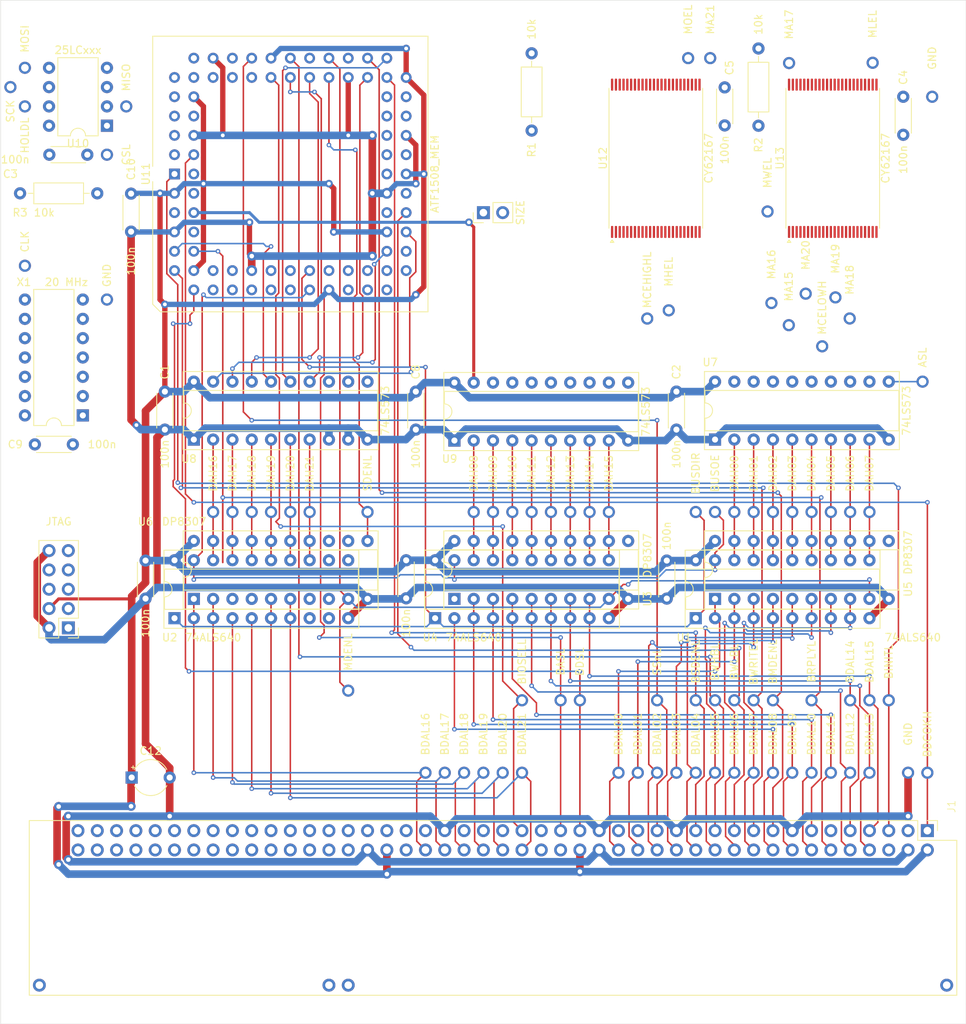
<source format=kicad_pcb>
(kicad_pcb (version 20240108) (generator "pcbnew") (generator_version "8.0")
  (layers (0 "F.Cu" signal) (31 "B.Cu" signal) (34 "B.Paste" user) (35 "F.Paste" user) (36 "B.SilkS" user "B.Silkscreen") (37 "F.SilkS" user "F.Silkscreen") (38 "B.Mask" user) (39 "F.Mask" user) (44 "Edge.Cuts" user))
  (net 0 "")
  (net 1 "/BSDENL")
  (net 4 "/BDAL19")
  (net 5 "/BDAL18")
  (net 7 "/BIOSELL")
  (net 11 "/BASL")
  (net 14 "/BMDENL")
  (net 15 "/BDAL9")
  (net 16 "GND")
  (net 18 "/BDAL6")
  (net 21 "/BDAL12")
  (net 24 "/BDAL8")
  (net 27 "/BDCOKH")
  (net 28 "/SSnL")
  (net 34 "+5V")
  (net 38 "/BINITL")
  (net 39 "/BRPLYL")
  (net 40 "/BDAL3")
  (net 41 "/BDAL16")
  (net 42 "/BDAL15")
  (net 45 "/BDAL17")
  (net 46 "/BDAL5")
  (net 48 "/BDAL7")
  (net 49 "/BDAL13")
  (net 50 "/BDAL21")
  (net 55 "/BDAL10")
  (net 57 "/BDAL1")
  (net 58 "/BDSL")
  (net 59 "/BWLBL")
  (net 61 "/BWRITEL")
  (net 62 "/BDAL0")
  (net 63 "/BDAL20")
  (net 70 "/BWHBL")
  (net 74 "/+12.0V")
  (net 75 "/BDAL11")
  (net 76 "/BDAL4")
  (net 78 "/BDAL14")
  (net 80 "/BDAL2")
  (net 83 "/DAH0")
  (net 84 "/DAH1")
  (net 85 "/DAH2")
  (net 86 "/DAH3")
  (net 87 "/DAH4")
  (net 88 "/DAH5")
  (net 89 "/DAH6")
  (net 90 "/DAH7")
  (net 91 "/DAH8")
  (net 92 "/DAH9")
  (net 93 "/DAH10")
  (net 94 "/DAH11")
  (net 95 "/DAH12")
  (net 96 "/DAH13")
  (net 97 "/DAH14")
  (net 98 "/DAH15")
  (net 99 "/DAH16")
  (net 100 "/DAH17")
  (net 101 "/DAH18")
  (net 102 "/DAH19")
  (net 103 "/DAH20")
  (net 104 "/DAH21")
  (net 105 "Net-(J60-Pin_5)")
  (net 106 "Net-(J60-Pin_1)")
  (net 110 "Net-(J60-Pin_9)")
  (net 111 "Net-(J60-Pin_3)")
  (net 112 "/ASL")
  (net 113 "/MDENL")
  (net 114 "/SDENL")
  (net 115 "/MOEL")
  (net 116 "/MWEL")
  (net 117 "/MCEHIGHL")
  (net 118 "/MCELOWH")
  (net 119 "/MLEL")
  (net 120 "/MHEL")
  (net 121 "/BUSDIRH")
  (net 122 "/BUSOEL")
  (net 123 "/CLK")
  (net 124 "/MA15")
  (net 125 "/MA16")
  (net 126 "/MA17")
  (net 127 "/MA18")
  (net 128 "/MA19")
  (net 129 "/MA20")
  (net 130 "/MA21")
  (net 131 "/HOLDL")
  (net 132 "/CSL")
  (net 133 "/SCK")
  (net 134 "/MOSI")
  (net 135 "Net-(J84-Pin_1)")
  (net 136 "Net-(JP1-B)")
  (net 137 "/PULLUP")
  (net 146 "/A1")
  (net 147 "/A2")
  (net 148 "/A4")
  (net 149 "/A6")
  (net 150 "/A7")
  (net 151 "/A3")
  (net 152 "/A5")
  (net 154 "/A21")
  (net 155 "/A18")
  (net 156 "/A16")
  (net 157 "/A20")
  (net 160 "/A19")
  (net 161 "/A17")
  (net 162 "/A8")
  (net 163 "/A14")
  (net 164 "/A10")
  (net 165 "/A12")
  (net 166 "/A9")
  (net 167 "/A13")
  (net 168 "/A11")
  (net 169 "/A15")
  (net 171 "Net-(U10-~{WP})")
  (footprint "CompLibFootprint:Testpoint" (layer "F.Cu") (at 375.92 179.07)
    (property "Reference" "J42" (hide yes))
    (property "Value" "DAH04")
  )
  (footprint "CompLibFootprint:Testpoint" (layer "F.Cu") (at 285.75 125.73)
    (property "Reference" "J84" (hide yes))
    (property "Value" "MISO")
  )
  (footprint "CompLibFootprint:Testpoint" (layer "F.Cu") (at 383.54 179.07)
    (property "Reference" "J45" (hide yes))
    (property "Value" "DAH07")
  )
  (footprint "CompLibFootprint:Testpoint" (layer "F.Cu") (at 337.82 213.36)
    (property "Reference" "J23" (hide yes))
    (property "Value" "BDAL21")
  )
  (footprint "CompLibFootprint:Testpoint" (layer "F.Cu") (at 272.415 120.65)
    (property "Reference" "J83" (hide yes))
    (property "Value" "MOSI")
  )
  (footprint "CompLibFootprint:Testpoint" (layer "F.Cu") (at 383.54 203.835)
    (property "Reference" "J17" (hide yes))
    (property "Value" "BDAL15")
  )
  (footprint "CompLibFootprint:Testpoint" (layer "F.Cu") (at 365.76 203.835)
    (property "Reference" "J27" (hide yes))
    (property "Value" "BWLBL")
  )
  (footprint "Package_DIP:DIP-20_W7.62mm_Socket" (layer "F.Cu") (at 294.64 190.5 90)
    (property "Reference" "U6")
    (property "Value" "DP8307")
  )
  (footprint "CompLibFootprint:Testpoint" (layer "F.Cu") (at 362.585 119.38)
    (property "Reference" "J79" (hide yes))
    (property "Value" "MA21")
  )
  (footprint "CompLibFootprint:Testpoint" (layer "F.Cu") (at 302.26 179.07)
    (property "Reference" "J56" (hide yes))
    (property "Value" "DAH18")
  )
  (footprint "CompLibFootprint:Testpoint" (layer "F.Cu") (at 375.92 203.835)
    (property "Reference" "J24" (hide yes))
    (property "Value" "BRPLYL")
  )
  (footprint "CompLibFootprint:Testpoint" (layer "F.Cu") (at 372.93 154.5)
    (property "Reference" "J73" (hide yes))
    (property "Value" "MA15")
  )
  (footprint "CompLibFootprint:Testpoint" (layer "F.Cu") (at 272.415 125.73 180)
    (property "Reference" "J80" (hide yes))
    (property "Value" "HOLDL")
  )
  (footprint "CompLibFootprint:Testpoint" (layer "F.Cu") (at 360.68 213.36)
    (property "Reference" "J6" (hide yes))
    (property "Value" "BDAL04")
  )
  (footprint "Capacitor_THT:C_Disc_D4.3mm_W1.9mm_P5.00mm" (layer "F.Cu") (at 322.58 185.42 -90)
    (property "Reference" "C11" (hide yes))
    (property "Value" "100n")
  )
  (footprint "CompLibFootprint:Testpoint" (layer "F.Cu") (at 297.18 179.07)
    (property "Reference" "J54" (hide yes))
    (property "Value" "DAH16")
  )
  (footprint "CompLibFootprint:Testpoint" (layer "F.Cu") (at 332.74 213.36)
    (property "Reference" "J21" (hide yes))
    (property "Value" "BDAL19")
  )
  (footprint "Package_DIP:DIP-20_W7.62mm_Socket" (layer "F.Cu") (at 294.64 169.545 90)
    (property "Reference" "U8")
    (property "Value" "74LS573")
  )
  (footprint "CompLibFootprint:Testpoint" (layer "F.Cu") (at 345.44 203.835)
    (property "Reference" "J31" (hide yes))
    (property "Value" "BDSL")
  )
  (footprint "CompLibFootprint:Testpoint" (layer "F.Cu") (at 368.3 213.36)
    (property "Reference" "J9" (hide yes))
    (property "Value" "BDAL07")
  )
  (footprint "CompLibFootprint:Testpoint" (layer "F.Cu") (at 341.63 179.07)
    (property "Reference" "J50" (hide yes))
    (property "Value" "DAH12")
  )
  (footprint "CompLibFootprint:Testpoint" (layer "F.Cu") (at 346.71 179.07)
    (property "Reference" "J52" (hide yes))
    (property "Value" "DAH14")
  )
  (footprint "CompLibFootprint:Testpoint" (layer "F.Cu") (at 357.13 152.55)
    (property "Reference" "J69" (hide yes))
    (property "Value" "MHEL")
  )
  (footprint "CompLibFootprint:Testpoint" (layer "F.Cu") (at 355.6 213.36)
    (property "Reference" "J4" (hide yes))
    (property "Value" "BDAL02")
  )
  (footprint "CompLibFootprint:Testpoint" (layer "F.Cu") (at 373.38 179.07)
    (property "Reference" "J41" (hide yes))
    (property "Value" "DAH03")
  )
  (footprint "CompLibFootprint:Testpoint" (layer "F.Cu") (at 327.66 213.36)
    (property "Reference" "J19" (hide yes))
    (property "Value" "BDAL17")
  )
  (footprint "CompLibFootprint:Testpoint" (layer "F.Cu") (at 283.21 151.13)
    (property "Reference" "J36" (hide yes))
    (property "Value" "GND")
  )
  (footprint "Capacitor_THT:C_Disc_D4.3mm_W1.9mm_P5.00mm" (layer "F.Cu") (at 286.385 137.2 -90)
    (property "Reference" "C10")
    (property "Value" "100n")
  )
  (footprint "CompLibFootprint:Testpoint" (layer "F.Cu") (at 360.68 203.835)
    (property "Reference" "J29" (hide yes))
    (property "Value" "BSDENL")
  )
  (footprint "CompLibFootprint:Testpoint" (layer "F.Cu") (at 368.3 203.835)
    (property "Reference" "J26" (hide yes))
    (property "Value" "BWRITEL")
  )
  (footprint "CompLibFootprint:Testpoint" (layer "F.Cu") (at 383.54 213.36)
    (property "Reference" "J15" (hide yes))
    (property "Value" "BDAL13")
  )
  (footprint "CompLibFootprint:Testpoint" (layer "F.Cu") (at 365.76 213.36)
    (property "Reference" "J8" (hide yes))
    (property "Value" "BDAL06")
  )
  (footprint "CompLibFootprint:Testpoint" (layer "F.Cu") (at 317.5 179.07)
    (property "Reference" "J63" (hide yes))
    (property "Value" "SDENL")
  )
  (footprint "CompLibFootprint:Testpoint" (layer "F.Cu") (at 378.46 179.07)
    (property "Reference" "J43" (hide yes))
    (property "Value" "DAH05")
  )
  (footprint "CompLibFootprint:Testpoint" (layer "F.Cu") (at 370.84 179.07)
    (property "Reference" "J40" (hide yes))
    (property "Value" "DAH02")
  )
  (footprint "CompLibFootprint:Testpoint" (layer "F.Cu") (at 370.13 139.55)
    (property "Reference" "J65" (hide yes))
    (property "Value" "MWEL")
  )
  (footprint "CompLibFootprint:Testpoint" (layer "F.Cu") (at 354.3 153.63)
    (property "Reference" "J66" (hide yes))
    (property "Value" "MCEHIGHL")
  )
  (footprint "Package_DIP:DIP-20_W7.62mm_Socket" (layer "F.Cu") (at 292.1 193.04 90)
    (property "Reference" "U2")
    (property "Value" "74ALS640")
  )
  (footprint "CompLibFootprint:Testpoint" (layer "F.Cu") (at 270.51 123.19 180)
    (property "Reference" "J82" (hide yes))
    (property "Value" "SCK")
  )
  (footprint "CompLibFootprint:Testpoint" (layer "F.Cu") (at 355.6 203.835)
    (property "Reference" "J30" (hide yes))
    (property "Value" "SSnL")
  )
  (footprint "Package_SO:TSOP-I-48_18.4x12mm_P0.5mm" (layer "F.Cu") (at 355.43 132.5525 90)
    (property "Reference" "U12")
    (property "Value" "CY62167")
  )
  (footprint "CompLibFootprint:Testpoint" (layer "F.Cu") (at 358.14 213.36)
    (property "Reference" "J5" (hide yes))
    (property "Value" "BDAL03")
  )
  (footprint "CompLibFootprint:Testpoint" (layer "F.Cu") (at 353.06 213.36)
    (property "Reference" "J3" (hide yes))
    (property "Value" "BDAL01")
  )
  (footprint "CompLibFootprint:Testpoint" (layer "F.Cu") (at 330.2 213.36)
    (property "Reference" "J20" (hide yes))
    (property "Value" "BDAL18")
  )
  (footprint "Capacitor_THT:CP_Radial_Tantal_D4.5mm_P5.00mm" (layer "F.Cu") (at 286.465 213.995)
    (property "Reference" "C12")
    (property "Value" "C_Polarized_Small")
  )
  (footprint "CompLibFootprint:Testpoint" (layer "F.Cu") (at 391.795 124.46)
    (property "Reference" "J37" (hide yes))
    (property "Value" "GND")
  )
  (footprint "Resistor_THT:R_Axial_DIN0207_L6.3mm_D2.5mm_P10.16mm_Horizontal" (layer "F.Cu") (at 339.09 118.745 -90)
    (property "Reference" "R1")
    (property "Value" "10k")
  )
  (footprint "CompLibFootprint:Testpoint" (layer "F.Cu") (at 349.25 179.07)
    (property "Reference" "J53" (hide yes))
    (property "Value" "DAH15")
  )
  (footprint "CompLibFootprint:Testpoint" (layer "F.Cu") (at 365.76 179.07)
    (property "Reference" "J38" (hide yes))
    (property "Value" "DAH00")
  )
  (footprint "Package_DIP:DIP-8_W7.62mm" (layer "F.Cu") (at 283.21 128.27 180)
    (property "Reference" "U10")
    (property "Value" "25LCxxx")
  )
  (footprint "CompLibFootprint:Testpoint" (layer "F.Cu") (at 283.21 132.08 180)
    (property "Reference" "J81" (hide yes))
    (property "Value" "CSL")
  )
  (footprint "CompLibFootprint:Testpoint" (layer "F.Cu") (at 337.82 203.835)
    (property "Reference" "J33" (hide yes))
    (property "Value" "BIOSELL")
  )
  (footprint "Package_DIP:DIP-14_W7.62mm" (layer "F.Cu") (at 280.035 166.37 180)
    (property "Reference" "X1")
    (property "Value" "20 MHz")
  )
  (footprint "CompLibFootprint:Testpoint" (layer "F.Cu") (at 391.16 213.36)
    (property "Reference" "J34" (hide yes))
    (property "Value" "BDCOKH")
  )
  (footprint "Capacitor_THT:C_Disc_D4.3mm_W1.9mm_P5.00mm" (layer "F.Cu") (at 323.85 163.235 -90)
    (property "Reference" "C8")
    (property "Value" "100n")
  )
  (footprint "CompLibFootprint:Testpoint" (layer "F.Cu") (at 309.88 179.07)
    (property "Reference" "J59" (hide yes))
    (property "Value" "DAH21")
  )
  (footprint "Capacitor_THT:C_Disc_D4.3mm_W1.9mm_P5.00mm" (layer "F.Cu") (at 356.87 185.46 -90)
    (property "Reference" "C6" (hide yes))
    (property "Value" "100n")
  )
  (footprint "Package_DIP:DIP-20_W7.62mm_Socket" (layer "F.Cu") (at 363.22 190.5 90)
    (property "Reference" "U5")
    (property "Value" "DP8307")
  )
  (footprint "CompLibFootprint:Testpoint" (layer "F.Cu") (at 342.9 203.835)
    (property "Reference" "J32" (hide yes))
    (property "Value" "BASL")
  )
  (footprint "Capacitor_THT:C_Disc_D4.3mm_W1.9mm_P5.00mm" (layer "F.Cu") (at 273.725 170.18)
    (property "Reference" "C9")
    (property "Value" "100n")
  )
  (footprint "Capacitor_THT:C_Disc_D4.3mm_W1.9mm_P5.00mm" (layer "F.Cu") (at 387.985 129.46 90)
    (property "Reference" "C4")
    (property "Value" "100n")
  )
  (footprint "CompLibFootprint:Testpoint" (layer "F.Cu") (at 363.22 179.07)
    (property "Reference" "J71" (hide yes))
    (property "Value" "BUSOE")
  )
  (footprint "CompLibFootprint:Testpoint" (layer "F.Cu") (at 380.94 153.62)
    (property "Reference" "J76" (hide yes))
    (property "Value" "MA18")
  )
  (footprint "CompLibFootprint:Testpoint" (layer "F.Cu") (at 272.415 146.685)
    (property "Reference" "J72" (hide yes))
    (property "Value" "CLK")
  )
  (footprint "CompLibFootprint:Testpoint" (layer "F.Cu") (at 377.32 157.28)
    (property "Reference" "J67" (hide yes))
    (property "Value" "MCELOWH")
  )
  (footprint "Package_DIP:DIP-20_W7.62mm_Socket" (layer "F.Cu") (at 326.39 193.04 90)
    (property "Reference" "U4")
    (property "Value" "74ALS640")
  )
  (footprint "Resistor_THT:R_Axial_DIN0207_L6.3mm_D2.5mm_P10.16mm_Horizontal" (layer "F.Cu") (at 271.78 137.16)
    (property "Reference" "R3")
    (property "Value" "10k")
  )
  (footprint "Capacitor_THT:C_Disc_D4.3mm_W1.9mm_P5.00mm" (layer "F.Cu") (at 358.14 163.235 -90)
    (property "Reference" "C2")
    (property "Value" "100n")
  )
  (footprint "CompLibFootprint:Testpoint" (layer "F.Cu") (at 299.72 179.07)
    (property "Reference" "J55" (hide yes))
    (property "Value" "DAH17")
  )
  (footprint "CompLibFootprint:Testpoint" (layer "F.Cu") (at 375.15 150.36)
    (property "Reference" "J78" (hide yes))
    (property "Value" "MA20")
  )
  (footprint "CompLibFootprint:Testpoint" (layer "F.Cu") (at 368.3 179.07)
    (property "Reference" "J39" (hide yes))
    (property "Value" "DAH01")
  )
  (footprint "CompLibFootprint:CTI-90" (layer "F.Cu") (at 391.16 220.98 -90)
    (property "Reference" "J1")
    (property "Value" "~")
  )
  (footprint "Package_DIP:DIP-20_W7.62mm_Socket" (layer "F.Cu") (at 363.22 169.545 90)
    (property "Reference" "U7")
    (property "Value" "74LS573")
  )
  (footprint "CompLibFootprint:Testpoint" (layer "F.Cu") (at 379.06 150.85)
    (property "Reference" "J77" (hide yes))
    (property "Value" "MA19")
  )
  (footprint "Package_SO:TSOP-I-48_18.4x12mm_P0.5mm" (layer "F.Cu") (at 378.71 132.5525 90)
    (property "Reference" "U13")
    (property "Value" "CY62167")
  )
  (footprint "CompLibFootprint:Testpoint" (layer "F.Cu") (at 381 213.36)
    (property "Reference" "J14" (hide yes))
    (property "Value" "BDAL12")
  )
  (footprint "CompLibFootprint:Testpoint" (layer "F.Cu") (at 334.01 179.07)
    (property "Reference" "J47" (hide yes))
    (property "Value" "DAH09")
  )
  (footprint "CompLibFootprint:Testpoint" (layer "F.Cu") (at 381 203.835)
    (property "Reference" "J16" (hide yes))
    (property "Value" "BDAL14")
  )
  (footprint "CompLibFootprint:Testpoint" (layer "F.Cu") (at 336.55 179.07)
    (property "Reference" "J48" (hide yes))
    (property "Value" "DAH10")
  )
  (footprint "CompLibFootprint:Testpoint" (layer "F.Cu") (at 370.84 203.835)
    (property "Reference" "J25" (hide yes))
    (property "Value" "BMDENL")
  )
  (footprint "CompLibFootprint:Testpoint" (layer "F.Cu") (at 381 179.07)
    (property "Reference" "J44" (hide yes))
    (property "Value" "DAH06")
  )
  (footprint "Package_DIP:DIP-20_W7.62mm_Socket" (layer "F.Cu") (at 328.93 169.672 90)
    (property "Reference" "U9")
    (property "Value" "74LS573")
  )
  (footprint "CompLibFootprint:Testpoint" (layer "F.Cu") (at 307.34 179.07)
    (property "Reference" "J58" (hide yes))
    (property "Value" "DAH20")
  )
  (footprint "CompLibFootprint:Testpoint" (layer "F.Cu") (at 383.96 119.99)
    (property "Reference" "J68" (hide yes))
    (property "Value" "MLEL")
  )
  (footprint "CompLibFootprint:Testpoint" (layer "F.Cu") (at 325.12 213.36)
    (property "Reference" "J18" (hide yes))
    (property "Value" "BDAL16")
  )
  (footprint "CompLibFootprint:Testpoint" (layer "F.Cu") (at 370.84 213.36)
    (property "Reference" "J10" (hide yes))
    (property "Value" "BDAL08")
  )
  (footprint "CompLibFootprint:Testpoint" (layer "F.Cu") (at 331.47 179.07)
    (property "Reference" "J46" (hide yes))
    (property "Value" "DAH08")
  )
  (footprint "Package_DIP:DIP-20_W7.62mm_Socket" (layer "F.Cu") (at 360.68 193.04 90)
    (property "Reference" "U1")
    (property "Value" "74ALS640")
  )
  (footprint "Capacitor_THT:C_Disc_D4.3mm_W1.9mm_P5.00mm" (layer "F.Cu") (at 290.83 163.235 -90)
    (property "Reference" "C1")
    (property "Value" "100n")
  )
  (footprint "CompLibFootprint:Testpoint" (layer "F.Cu") (at 378.46 213.36)
    (property "Reference" "J13" (hide yes))
    (property "Value" "BDAL11")
  )
  (footprint "Capacitor_THT:C_Disc_D4.3mm_W1.9mm_P5.00mm" (layer "F.Cu") (at 275.63 132.08)
    (property "Reference" "C3")
    (property "Value" "100n")
  )
  (footprint "CompLibFootprint:Testpoint" (layer "F.Cu") (at 344.17 179.07)
    (property "Reference" "J51" (hide yes))
    (property "Value" "DAH13")
  )
  (footprint "Package_LCC:PLCC-84_THT-Socket" (layer "F.Cu") (at 292.1 134.62 90)
    (property "Reference" "U11")
    (property "Value" "ATF1508_MEM")
  )
  (footprint "CompLibFootprint:Testpoint" (layer "F.Cu") (at 373.38 213.36)
    (property "Reference" "J11" (hide yes))
    (property "Value" "BDAL09")
  )
  (footprint "CompLibFootprint:Testpoint" (layer "F.Cu") (at 314.96 202.565)
    (property "Reference" "J62" (hide yes))
    (property "Value" "MDENL")
  )
  (footprint "CompLibFootprint:Testpoint" (layer "F.Cu") (at 370.64 151.59)
    (property "Reference" "J74" (hide yes))
    (property "Value" "MA16")
  )
  (footprint "Resistor_THT:R_Axial_DIN0207_L6.3mm_D2.5mm_P10.16mm_Horizontal" (layer "F.Cu") (at 368.935 118.11 -90)
    (property "Reference" "R2")
    (property "Value" "10k")
  )
  (footprint "Connector_PinHeader_2.54mm:PinHeader_1x02_P2.54mm_Vertical" (layer "F.Cu") (at 332.74 139.7 90)
    (property "Reference" "JP1" (hide yes))
    (property "Value" "SIZE")
  )
  (footprint "CompLibFootprint:Testpoint" (layer "F.Cu") (at 360.68 179.07)
    (property "Reference" "J70" (hide yes))
    (property "Value" "BUSDIR")
  )
  (footprint "CompLibFootprint:Testpoint" (layer "F.Cu") (at 350.52 213.36)
    (property "Reference" "J2" (hide yes))
    (property "Value" "BDAL00")
  )
  (footprint "CompLibFootprint:Testpoint" (layer "F.Cu") (at 390.525 161.925)
    (property "Reference" "J61" (hide yes))
    (property "Value" "ASL")
  )
  (footprint "CompLibFootprint:Testpoint" (layer "F.Cu") (at 388.62 213.36)
    (property "Reference" "J35" (hide yes))
    (property "Value" "GND")
  )
  (footprint "CompLibFootprint:Testpoint" (layer "F.Cu") (at 335.28 213.36)
    (property "Reference" "J22" (hide yes))
    (property "Value" "BDAL20")
  )
  (footprint "CompLibFootprint:Testpoint" (layer "F.Cu") (at 375.92 213.36)
    (property "Reference" "J12" (hide yes))
    (property "Value" "BDAL10")
  )
  (footprint "Capacitor_THT:C_Disc_D4.3mm_W1.9mm_P5.00mm" (layer "F.Cu") (at 364.49 128.23 90)
    (property "Reference" "C5")
    (property "Value" "100n")
  )
  (footprint "Connector_PinHeader_2.54mm:PinHeader_2x05_P2.54mm_Vertical" (layer "F.Cu") (at 278.13 194.31 180)
    (property "Reference" "J60" (hide yes))
    (property "Value" "JTAG")
  )
  (footprint "CompLibFootprint:Testpoint" (layer "F.Cu") (at 359.68 119.38)
    (property "Reference" "J64" (hide yes))
    (property "Value" "MOEL")
  )
  (footprint "CompLibFootprint:Testpoint" (layer "F.Cu") (at 363.22 203.835)
    (property "Reference" "J28" (hide yes))
    (property "Value" "BWHBL")
  )
  (footprint "CompLibFootprint:Testpoint" (layer "F.Cu") (at 363.22 213.36)
    (property "Reference" "J7" (hide yes))
    (property "Value" "BDAL05")
  )
  (footprint "CompLibFootprint:Testpoint" (layer "F.Cu") (at 339.09 179.07)
    (property "Reference" "J49" (hide yes))
    (property "Value" "DAH11")
  )
  (footprint "CompLibFootprint:Testpoint" (layer "F.Cu") (at 304.8 179.07)
    (property "Reference" "J57" (hide yes))
    (property "Value" "DAH19")
  )
  (footprint "CompLibFootprint:Testpoint" (layer "F.Cu") (at 386.08 203.835)
    (property "Reference" "J85" (hide yes))
    (property "Value" "BINITL")
  )
  (footprint "Capacitor_THT:C_Disc_D4.3mm_W1.9mm_P5.00mm" (layer "F.Cu") (at 288.29 185.46 -90)
    (property "Reference" "C7" (hide yes))
    (property "Value" "100n")
  )
  (footprint "Package_DIP:DIP-20_W7.62mm_Socket" (layer "F.Cu") (at 328.93 190.5 90)
    (property "Reference" "U3")
    (property "Value" "DP8307")
  )
  (footprint "CompLibFootprint:Testpoint" (layer "F.Cu") (at 372.96 120.03)
    (property "Reference" "J75" (hide yes))
    (property "Value" "MA17")
  )
  (gr_line (start 396.24 111.76) (end 269.24 111.76) (stroke (width 0.05)) (layer "Edge.Cuts"))
  (gr_line (start 269.24 111.76) (end 269.24 246.38) (stroke (width 0.05)) (layer "Edge.Cuts"))
  (gr_line (start 269.24 246.38) (end 396.24 246.38) (stroke (width 0.05)) (layer "Edge.Cuts"))
  (gr_line (start 396.24 246.38) (end 396.24 243.84) (stroke (width 0.05)) (layer "Edge.Cuts"))
  (gr_line (start 396.24 243.84) (end 396.24 111.76) (stroke (width 0.05)) (layer "Edge.Cuts"))
  (segment (start 360.68 203.835) (end 360.68 194.945) (width 0.2) (layer "F.Cu") (net 1))
  (segment (start 321.0512 122.9312) (end 320.04 121.92) (width 0.2) (layer "F.Cu") (net 1))
  (segment (start 361.78 213.815635) (end 361.78 204.935) (width 0.2) (layer "F.Cu") (net 1))
  (segment (start 360.68 214.915635) (end 361.78 213.815635) (width 0.2) (layer "F.Cu") (net 1))
  (segment (start 360.68 220.98) (end 360.68 214.915635) (width 0.2) (layer "F.Cu") (net 1))
  (segment (start 321.0512 194.5688) (end 321.0512 122.9312) (width 0.2) (layer "F.Cu") (net 1))
  (segment (start 320.675 194.945) (end 321.0512 194.5688) (width 0.2) (layer "F.Cu") (net 1))
  (segment (start 361.78 204.935) (end 360.68 203.835) (width 0.2) (layer "F.Cu") (net 1))
  (via (at 320.675 194.945) (size 0.6) (drill 0.3) (layers "F.Cu" "B.Cu") (net 1))
  (via (at 360.68 194.945) (size 0.6) (drill 0.3) (layers "F.Cu" "B.Cu") (net 1))
  (segment (start 360.68 194.945) (end 320.675 194.945) (width 0.2) (layer "B.Cu") (net 1))
  (segment (start 332.74 223.52) (end 331.59 222.37) (width 0.2) (layer "F.Cu") (net 4))
  (segment (start 331.59 222.37) (end 331.59 214.51) (width 0.2) (layer "F.Cu") (net 4))
  (segment (start 331.59 214.51) (end 332.74 213.36) (width 0.2) (layer "F.Cu") (net 4))
  (segment (start 302.26 193.04) (end 302.26 215.46) (width 0.2) (layer "F.Cu") (net 4))
  (via (at 302.26 215.46) (size 0.6) (drill 0.3) (layers "F.Cu" "B.Cu") (net 4))
  (segment (start 330.64 215.46) (end 332.74 213.36) (width 0.2) (layer "B.Cu") (net 4))
  (segment (start 302.26 215.46) (end 330.64 215.46) (width 0.2) (layer "B.Cu") (net 4))
  (segment (start 329.05 214.51) (end 330.2 213.36) (width 0.2) (layer "F.Cu") (net 5))
  (segment (start 330.2 223.52) (end 329.05 222.37) (width 0.2) (layer "F.Cu") (net 5))
  (segment (start 299.72 193.04) (end 299.72 214.63) (width 0.2) (layer "F.Cu") (net 5))
  (segment (start 329.05 222.37) (end 329.05 214.51) (width 0.2) (layer "F.Cu") (net 5))
  (via (at 299.72 214.63) (size 0.6) (drill 0.3) (layers "F.Cu" "B.Cu") (net 5))
  (segment (start 299.72 214.63) (end 299.95 214.86) (width 0.2) (layer "B.Cu") (net 5))
  (segment (start 299.95 214.86) (end 328.7 214.86) (width 0.2) (layer "B.Cu") (net 5))
  (segment (start 328.7 214.86) (end 330.2 213.36) (width 0.2) (layer "B.Cu") (net 5))
  (segment (start 335.28 201.295) (end 335.28 180.975) (width 0.2) (layer "F.Cu") (net 7))
  (segment (start 305.435 180.34) (end 305.9 179.875) (width 0.2) (layer "F.Cu") (net 7))
  (segment (start 337.82 203.835) (end 335.28 201.295) (width 0.2) (layer "F.Cu") (net 7))
  (segment (start 305.8112 122.9312) (end 304.8 121.92) (width 0.2) (layer "F.Cu") (net 7))
  (segment (start 305.435 150.655053) (end 305.8112 150.278853) (width 0.2) (layer "F.Cu") (net 7))
  (segment (start 305.8112 150.278853) (end 305.8112 122.9312) (width 0.2) (layer "F.Cu") (net 7))
  (segment (start 305.9 179.875) (end 305.9 161.469365) (width 0.2) (layer "F.Cu") (net 7))
  (segment (start 305.435 161.004365) (end 305.435 150.655053) (width 0.2) (layer "F.Cu") (net 7))
  (segment (start 337.82 220.98) (end 336.72 219.88) (width 0.2) (layer "F.Cu") (net 7))
  (segment (start 306.07 180.975) (end 305.435 180.34) (width 0.2) (layer "F.Cu") (net 7))
  (segment (start 336.72 204.935) (end 337.82 203.835) (width 0.2) (layer "F.Cu") (net 7))
  (segment (start 305.9 161.469365) (end 305.435 161.004365) (width 0.2) (layer "F.Cu") (net 7))
  (segment (start 336.72 219.88) (end 336.72 204.935) (width 0.2) (layer "F.Cu") (net 7))
  (via (at 306.07 180.975) (size 0.6) (drill 0.3) (layers "F.Cu" "B.Cu") (net 7))
  (via (at 335.28 180.975) (size 0.6) (drill 0.3) (layers "F.Cu" "B.Cu") (net 7))
  (segment (start 335.28 180.975) (end 306.07 180.975) (width 0.2) (layer "B.Cu") (net 7))
  (segment (start 342.9 203.835) (end 342.9 195.58) (width 0.2) (layer "F.Cu") (net 11))
  (segment (start 311.785 161.004365) (end 311.785 150.655053) (width 0.2) (layer "F.Cu") (net 11))
  (segment (start 311.785 194.945) (end 311.785 193.960635) (width 0.2) (layer "F.Cu") (net 11))
  (segment (start 311.785 150.655053) (end 311.4088 150.278853) (width 0.2) (layer "F.Cu") (net 11))
  (segment (start 311.4088 124.7188) (end 310.515 123.825) (width 0.2) (layer "F.Cu") (net 11))
  (segment (start 311.15 195.58) (end 311.785 194.945) (width 0.2) (layer "F.Cu") (net 11))
  (segment (start 311.4088 150.278853) (end 311.4088 124.7188) (width 0.2) (layer "F.Cu") (net 11))
  (segment (start 307.34 123.825) (end 307.34 121.92) (width 0.2) (layer "F.Cu") (net 11))
  (segment (start 342.9 220.98) (end 342.9 203.835) (width 0.2) (layer "F.Cu") (net 11))
  (segment (start 311.32 193.495635) (end 311.32 161.469365) (width 0.2) (layer "F.Cu") (net 11))
  (segment (start 311.32 161.469365) (end 311.785 161.004365) (width 0.2) (layer "F.Cu") (net 11))
  (segment (start 311.785 193.960635) (end 311.32 193.495635) (width 0.2) (layer "F.Cu") (net 11))
  (via (at 311.15 195.58) (size 0.6) (drill 0.3) (layers "F.Cu" "B.Cu") (net 11))
  (via (at 342.9 195.58) (size 0.6) (drill 0.3) (layers "F.Cu" "B.Cu") (net 11))
  (via (at 310.515 123.825) (size 0.6) (drill 0.3) (layers "F.Cu" "B.Cu") (net 11))
  (via (at 307.34 123.825) (size 0.6) (drill 0.3) (layers "F.Cu" "B.Cu") (net 11))
  (segment (start 310.515 123.825) (end 307.34 123.825) (width 0.2) (layer "B.Cu") (net 11))
  (segment (start 342.9 195.58) (end 311.15 195.58) (width 0.2) (layer "B.Cu") (net 11))
  (segment (start 370.84 215.334314) (end 372.11 214.064314) (width 0.2) (layer "F.Cu") (net 14))
  (segment (start 372.11 205.105) (end 370.84 203.835) (width 0.2) (layer "F.Cu") (net 14))
  (segment (start 319.405 176.53) (end 319.0288 176.1538) (width 0.2) (layer "F.Cu") (net 14))
  (segment (start 319.0288 120.9088) (end 317.5 119.38) (width 0.2) (layer "F.Cu") (net 14))
  (segment (start 370.84 203.835) (end 371.94 202.735) (width 0.2) (layer "F.Cu") (net 14))
  (segment (start 370.84 220.98) (end 370.84 215.334314) (width 0.2) (layer "F.Cu") (net 14))
  (segment (start 371.94 176.995) (end 371.475 176.53) (width 0.2) (layer "F.Cu") (net 14))
  (segment (start 319.0288 176.1538) (end 319.0288 120.9088) (width 0.2) (layer "F.Cu") (net 14))
  (segment (start 372.11 214.064314) (end 372.11 205.105) (width 0.2) (layer "F.Cu") (net 14))
  (segment (start 371.94 202.735) (end 371.94 176.995) (width 0.2) (layer "F.Cu") (net 14))
  (via (at 371.475 176.53) (size 0.6) (drill 0.3) (layers "F.Cu" "B.Cu") (net 14))
  (via (at 319.405 176.53) (size 0.6) (drill 0.3) (layers "F.Cu" "B.Cu") (net 14))
  (segment (start 371.475 176.53) (end 319.405 176.53) (width 0.2) (layer "B.Cu") (net 14))
  (segment (start 373.38 213.36) (end 372.23 214.51) (width 0.2) (layer "F.Cu") (net 15))
  (segment (start 331.47 190.5) (end 331.47 207.01) (width 0.2) (layer "F.Cu") (net 15))
  (segment (start 372.23 222.37) (end 373.38 223.52) (width 0.2) (layer "F.Cu") (net 15))
  (segment (start 373.38 207.01) (end 373.38 213.36) (width 0.2) (layer "F.Cu") (net 15))
  (segment (start 372.23 214.51) (end 372.23 222.37) (width 0.2) (layer "F.Cu") (net 15))
  (via (at 331.47 207.01) (size 0.6) (drill 0.3) (layers "F.Cu" "B.Cu") (net 15))
  (via (at 373.38 207.01) (size 0.6) (drill 0.3) (layers "F.Cu" "B.Cu") (net 15))
  (segment (start 331.47 207.01) (end 373.38 207.01) (width 0.2) (layer "B.Cu") (net 15))
  (segment (start 302.26 145.415) (end 302.26 147.32) (width 1) (layer "F.Cu") (net 16))
  (segment (start 275.59 184.15) (end 274.04 185.7) (width 1) (layer "F.Cu") (net 16))
  (segment (start 291.465 212.725) (end 288.29 209.55) (width 1) (layer "F.Cu") (net 16))
  (segment (start 314.96 193.04) (end 317.5 190.5) (width 1) (layer "F.Cu") (net 16))
  (segment (start 323.85 130.81) (end 322.58 129.54) (width 0.7) (layer "F.Cu") (net 16))
  (segment (start 291.465 213.995) (end 291.465 212.725) (width 1) (layer "F.Cu") (net 16))
  (segment (start 349.25 193.04) (end 351.79 190.5) (width 1) (layer "F.Cu") (net 16))
  (segment (start 301.96 145.115) (end 302.26 145.415) (width 0.7) (layer "F.Cu") (net 16))
  (segment (start 288.29 190.46) (end 289.79 188.96) (width 1) (layer "F.Cu") (net 16))
  (segment (start 314.96 121.92) (end 314.96 129.54) (width 0.7) (layer "F.Cu") (net 16))
  (segment (start 318.1288 129.54) (end 318.1288 137.16) (width 1) (layer "F.Cu") (net 16))
  (segment (start 318.1288 137.16) (end 318.1288 145.415) (width 1) (layer "F.Cu") (net 16))
  (segment (start 274.04 192.76) (end 275.59 194.31) (width 1) (layer "F.Cu") (net 16))
  (segment (start 287.09 167.64) (end 286.385 166.935) (width 1) (layer "F.Cu") (net 16))
  (segment (start 288.29 209.55) (end 288.29 190.46) (width 1) (layer "F.Cu") (net 16))
  (segment (start 388.62 219.075) (end 388.62 213.36) (width 1) (layer "F.Cu") (net 16))
  (segment (start 323.85 135.89) (end 323.85 130.81) (width 0.7) (layer "F.Cu") (net 16))
  (segment (start 297.18 119.38) (end 298.45 120.65) (width 0.7) (layer "F.Cu") (net 16))
  (segment (start 383.54 193.04) (end 386.08 190.5) (width 1) (layer "F.Cu") (net 16))
  (segment (start 286.385 166.935) (end 286.385 142.2) (width 1) (layer "F.Cu") (net 16))
  (segment (start 277.85 219.355) (end 278.13 219.075) (width 1) (layer "F.Cu") (net 16))
  (segment (start 289.79 169.275) (end 290.83 168.235) (width 1) (layer "F.Cu") (net 16))
  (segment (start 277.85 224.51) (end 277.85 219.355) (width 1) (layer "F.Cu") (net 16))
  (segment (start 301.96 140.97) (end 301.96 145.115) (width 0.7) (layer "F.Cu") (net 16))
  (segment (start 291.465 219.075) (end 291.465 213.995) (width 1) (layer "F.Cu") (net 16))
  (segment (start 274.04 185.7) (end 274.04 192.76) (width 1) (layer "F.Cu") (net 16))
  (segment (start 278.13 224.79) (end 277.85 224.51) (width 1) (layer "F.Cu") (net 16))
  (segment (start 298.45 120.65) (end 298.45 129.54) (width 0.7) (layer "F.Cu") (net 16))
  (segment (start 289.79 188.96) (end 289.79 169.275) (width 1) (layer "F.Cu") (net 16))
  (via (at 323.85 135.89) (size 1) (drill 0.5) (layers "F.Cu" "B.Cu") (net 16))
  (via (at 318.1288 145.415) (size 1.2) (drill 0.6) (layers "F.Cu" "B.Cu") (net 16))
  (via (at 302.26 145.415) (size 1.2) (drill 0.6) (layers "F.Cu" "B.Cu") (net 16))
  (via (at 301.96 140.97) (size 1) (drill 0.5) (layers "F.Cu" "B.Cu") (net 16))
  (via (at 291.465 219.075) (size 1.2) (drill 0.6) (layers "F.Cu" "B.Cu") (net 16))
  (via (at 298.45 129.54) (size 1) (drill 0.5) (layers "F.Cu" "B.Cu") (net 16))
  (via (at 388.62 219.075) (size 1.2) (drill 0.6) (layers "F.Cu" "B.Cu") (net 16))
  (via (at 278.13 219.075) (size 1.2) (drill 0.6) (layers "F.Cu" "B.Cu") (net 16))
  (via (at 278.13 224.79) (size 1.2) (drill 0.6) (layers "F.Cu" "B.Cu") (net 16))
  (via (at 314.96 129.54) (size 1) (drill 0.5) (layers "F.Cu" "B.Cu") (net 16))
  (via (at 287.09 167.64) (size 1) (drill 0.5) (layers "F.Cu" "B.Cu") (net 16))
  (via (at 318.1288 137.16) (size 1.2) (drill 0.6) (layers "F.Cu" "B.Cu") (net 16))
  (via (at 318.1288 129.54) (size 1.2) (drill 0.6) (layers "F.Cu" "B.Cu") (net 16))
  (segment (start 322.5 190.5) (end 322.58 190.42) (width 1) (layer "B.Cu") (net 16))
  (segment (start 323.85 168.235) (end 327.493 168.235) (width 1) (layer "B.Cu") (net 16))
  (segment (start 324 189) (end 350.29 189) (width 1) (layer "B.Cu") (net 16))
  (segment (start 349.53 225.07) (end 387.07 225.07) (width 1) (layer "B.Cu") (net 16))
  (segment (start 287.685 168.235) (end 287.09 167.64) (width 1) (layer "B.Cu") (net 16))
  (segment (start 350.29 189) (end 351.79 190.5) (width 1) (layer "B.Cu") (net 16))
  (segment (start 286.425 142.24) (end 286.385 142.2) (width 0.7) (layer "B.Cu") (net 16))
  (segment (start 325.755 219.075) (end 327.66 220.98) (width 1) (layer "B.Cu") (net 16))
  (segment (start 384.58 189) (end 386.08 190.5) (width 1) (layer "B.Cu") (net 16))
  (segment (start 278.41 225.07) (end 278.13 224.79) (width 1) (layer "B.Cu") (net 16))
  (segment (start 373.38 220.98) (end 375.285 219.075) (width 1) (layer "B.Cu") (net 16))
  (segment (start 358.33 189) (end 384.58 189) (width 1) (layer "B.Cu") (net 16))
  (segment (start 322.58 190.42) (end 324 189) (width 1) (layer "B.Cu") (net 16))
  (segment (start 386.08 169.545) (end 384.58 168.045) (width 1) (layer "B.Cu") (net 16))
  (segment (start 314.96 168.045) (end 316 168.045) (width 1) (layer "B.Cu") (net 16))
  (segment (start 351.79 169.672) (end 356.703 169.672) (width 1) (layer "B.Cu") (net 16))
  (segment (start 317.5 169.545) (end 322.54 169.545) (width 1) (layer "B.Cu") (net 16))
  (segment (start 317.5 190.5) (end 316 189) (width 1) (layer "B.Cu") (net 16))
  (segment (start 289.75 189) (end 288.29 190.46) (width 1) (layer "B.Cu") (net 16))
  (segment (start 356.703 169.672) (end 358.14 168.235) (width 1) (layer "B.Cu") (net 16))
  (segment (start 321.31 135.89) (end 323.85 135.89) (width 0.7) (layer "B.Cu") (net 16))
  (segment (start 346.43 219.43) (end 329.21 219.43) (width 1) (layer "B.Cu") (net 16))
  (segment (start 387.07 225.07) (end 388.62 223.52) (width 1) (layer "B.Cu") (net 16))
  (segment (start 371.83 219.43) (end 373.38 220.98) (width 1) (layer "B.Cu") (net 16))
  (segment (start 364.72 168.045) (end 363.22 169.545) (width 1) (layer "B.Cu") (net 16))
  (segment (start 293.33 168.235) (end 294.64 169.545) (width 1) (layer "B.Cu") (net 16))
  (segment (start 316 189) (end 289.75 189) (width 1) (layer "B.Cu") (net 16))
  (segment (start 292.1 142.24) (end 293.37 140.97) (width 0.7) (layer "B.Cu") (net 16))
  (segment (start 359.69 219.43) (end 371.83 219.43) (width 1) (layer "B.Cu") (net 16))
  (segment (start 349.53 219.43) (end 356.59 219.43) (width 1) (layer "B.Cu") (net 16))
  (segment (start 322.54 169.545) (end 323.85 168.235) (width 1) (layer "B.Cu") (net 16))
  (segment (start 320.04 137.16) (end 321.31 135.89) (width 0.7) (layer "B.Cu") (net 16))
  (segment (start 293.37 140.97) (end 301.96 140.97) (width 0.7) (layer "B.Cu") (net 16))
  (segment (start 316 168.045) (end 317.5 169.545) (width 1) (layer "B.Cu") (net 16))
  (segment (start 290.83 168.235) (end 293.33 168.235) (width 1) (layer "B.Cu") (net 16))
  (segment (start 327.493 168.235) (end 328.93 169.672) (width 1) (layer "B.Cu") (net 16))
  (segment (start 347.98 223.52) (end 349.53 225.07) (width 1) (layer "B.Cu") (net 16))
  (segment (start 350.29 168.172) (end 351.79 169.672) (width 1) (layer "B.Cu") (net 16))
  (segment (start 318.1288 137.16) (end 320.04 137.16) (width 1) (layer "B.Cu") (net 16))
  (segment (start 315.95 225.07) (end 278.41 225.07) (width 1) (layer "B.Cu") (net 16))
  (segment (start 356.83 190.5) (end 356.87 190.46) (width 1) (layer "B.Cu") (net 16))
  (segment (start 317.5 223.52) (end 319.05 225.07) (width 1) (layer "B.Cu") (net 16))
  (segment (start 291.465 219.075) (end 325.755 219.075) (width 1) (layer "B.Cu") (net 16))
  (segment (start 328.93 169.672) (end 330.43 168.172) (width 1) (layer "B.Cu") (net 16))
  (segment (start 375.285 219.075) (end 388.62 219.075) (width 1) (layer "B.Cu") (net 16))
  (segment (start 292.1 142.24) (end 286.425 142.24) (width 0.7) (layer "B.Cu") (net 16))
  (segment (start 317.5 190.5) (end 322.5 190.5) (width 1) (layer "B.Cu") (net 16))
  (segment (start 347.98 220.98) (end 349.53 219.43) (width 1) (layer "B.Cu") (net 16))
  (segment (start 294.64 169.545) (end 296.14 168.045) (width 1) (layer "B.Cu") (net 16))
  (segment (start 384.58 168.045) (end 364.72 168.045) (width 1) (layer "B.Cu") (net 16))
  (segment (start 296.14 168.045) (end 312.42 168.045) (width 1) (layer "B.Cu") (net 16))
  (segment (start 298.45 129.54) (end 314.96 129.54) (width 1) (layer "B.Cu") (net 16))
  (segment (start 351.79 190.5) (end 356.83 190.5) (width 1) (layer "B.Cu") (net 16))
  (segment (start 312.42 169.545) (end 312.42 168.045) (width 1) (layer "B.Cu") (net 16))
  (segment (start 319.05 225.07) (end 346.43 225.07) (width 1) (layer "B.Cu") (net 16))
  (segment (start 363.22 169.545) (end 359.45 169.545) (width 1) (layer "B.Cu") (net 16))
  (segment (start 278.13 219.075) (end 291.465 219.075) (width 1) (layer "B.Cu") (net 16))
  (segment (start 317.5 223.52) (end 315.95 225.07) (width 1) (layer "B.Cu") (net 16))
  (segment (start 282.89 195.86) (end 275.87 195.86) (width 1) (layer "B.Cu") (net 16))
  (segment (start 329.21 219.43) (end 327.66 220.98) (width 1) (layer "B.Cu") (net 16))
  (segment (start 356.59 219.43) (end 358.14 220.98) (width 1) (layer "B.Cu") (net 16))
  (segment (start 330.43 168.172) (end 350.29 168.172) (width 1) (layer "B.Cu") (net 16))
  (segment (start 290.83 168.235) (end 287.685 168.235) (width 1) (layer "B.Cu") (net 16))
  (segment (start 359.45 169.545) (end 358.14 168.235) (width 1) (layer "B.Cu") (net 16))
  (segment (start 275.87 195.86) (end 275.59 195.58) (width 1) (layer "B.Cu") (net 16))
  (segment (start 347.98 220.98) (end 346.43 219.43) (width 1) (layer "B.Cu") (net 16))
  (segment (start 318.1288 145.415) (end 302.26 145.415) (width 1) (layer "B.Cu") (net 16))
  (segment (start 314.96 129.54) (end 318.1288 129.54) (width 1) (layer "B.Cu") (net 16))
  (segment (start 294.64 129.54) (end 298.45 129.54) (width 1) (layer "B.Cu") (net 16))
  (segment (start 288.29 190.46) (end 282.89 195.86) (width 1) (layer "B.Cu") (net 16))
  (segment (start 346.43 225.07) (end 347.98 223.52) (width 1) (layer "B.Cu") (net 16))
  (segment (start 314.96 169.545) (end 314.96 168.045) (width 1) (layer "B.Cu") (net 16))
  (segment (start 356.87 190.46) (end 358.33 189) (width 1) (layer "B.Cu") (net 16))
  (segment (start 312.42 168.045) (end 314.96 168.045) (width 1) (layer "B.Cu") (net 16))
  (segment (start 358.14 220.98) (end 359.69 219.43) (width 1) (layer "B.Cu") (net 16))
  (segment (start 275.59 195.58) (end 275.59 194.31) (width 1) (layer "B.Cu") (net 16))
  (segment (start 364.49 193.675) (end 364.49 204.120635) (width 0.2) (layer "F.Cu") (net 18))
  (segment (start 378.46 193.04) (end 378.46 190.5) (width 0.2) (layer "F.Cu") (net 18))
  (segment (start 364.49 204.120635) (end 365.76 205.390635) (width 0.2) (layer "F.Cu") (net 18))
  (segment (start 364.61 221.735) (end 364.61 214.51) (width 0.2) (layer "F.Cu") (net 18))
  (segment (start 378.46 194.945) (end 378.46 193.04) (width 0.2) (layer "F.Cu") (net 18))
  (segment (start 364.61 214.51) (end 365.76 213.36) (width 0.2) (layer "F.Cu") (net 18))
  (segment (start 365.76 223.52) (end 365.76 222.885) (width 0.2) (layer "F.Cu") (net 18))
  (segment (start 365.76 205.390635) (end 365.76 213.36) (width 0.2) (layer "F.Cu") (net 18))
  (segment (start 365.76 222.885) (end 364.61 221.735) (width 0.2) (layer "F.Cu") (net 18))
  (via (at 364.49 193.675) (size 0.6) (drill 0.3) (layers "F.Cu" "B.Cu") (net 18))
  (via (at 378.46 194.945) (size 0.6) (drill 0.3) (layers "F.Cu" "B.Cu") (net 18))
  (segment (start 367.099314 194.31) (end 367.499314 194.71) (width 0.2) (layer "B.Cu") (net 18))
  (segment (start 364.49 193.675) (end 365.125 194.31) (width 0.2) (layer "B.Cu") (net 18))
  (segment (start 365.125 194.31) (end 367.099314 194.31) (width 0.2) (layer "B.Cu") (net 18))
  (segment (start 378.225 194.71) (end 378.46 194.945) (width 0.2) (layer "B.Cu") (net 18))
  (segment (start 367.499314 194.71) (end 378.225 194.71) (width 0.2) (layer "B.Cu") (net 18))
  (segment (start 379.85 214.51) (end 381 213.36) (width 0.2) (layer "F.Cu") (net 21))
  (segment (start 381 223.52) (end 379.85 222.37) (width 0.2) (layer "F.Cu") (net 21))
  (segment (start 339.09 190.5) (end 339.09 201.93) (width 0.2) (layer "F.Cu") (net 21))
  (segment (start 379.85 222.37) (end 379.85 214.51) (width 0.2) (layer "F.Cu") (net 21))
  (segment (start 379.73 212.09) (end 381 213.36) (width 0.2) (layer "F.Cu") (net 21))
  (segment (start 379.73 202.565) (end 379.73 212.09) (width 0.2) (layer "F.Cu") (net 21))
  (via (at 339.09 201.93) (size 0.6) (drill 0.3) (layers "F.Cu" "B.Cu") (net 21))
  (via (at 379.73 202.565) (size 0.6) (drill 0.3) (layers "F.Cu" "B.Cu") (net 21))
  (segment (start 339.09 201.93) (end 339.895 202.735) (width 0.2) (layer "B.Cu") (net 21))
  (segment (start 339.895 202.735) (end 379.56 202.735) (width 0.2) (layer "B.Cu") (net 21))
  (segment (start 379.56 202.735) (end 379.73 202.565) (width 0.2) (layer "B.Cu") (net 21))
  (segment (start 370.84 213.36) (end 369.69 214.51) (width 0.2) (layer "F.Cu") (net 24))
  (segment (start 369.69 214.51) (end 369.69 222.37) (width 0.2) (layer "F.Cu") (net 24))
  (segment (start 369.69 222.37) (end 370.84 223.52) (width 0.2) (layer "F.Cu") (net 24))
  (segment (start 328.93 193.04) (end 328.93 207.645) (width 0.2) (layer "F.Cu") (net 24))
  (segment (start 370.84 207.645) (end 370.84 213.36) (width 0.2) (layer "F.Cu") (net 24))
  (via (at 328.93 207.645) (size 0.6) (drill 0.3) (layers "F.Cu" "B.Cu") (net 24))
  (via (at 370.84 207.645) (size 0.6) (drill 0.3) (layers "F.Cu" "B.Cu") (net 24))
  (segment (start 328.93 207.645) (end 370.84 207.645) (width 0.2) (layer "B.Cu") (net 24))
  (segment (start 391.16 213.36) (end 391.16 220.98) (width 0.2) (layer "F.Cu") (net 27))
  (segment (start 294.64 177.8) (end 293.54 176.7) (width 0.2) (layer "F.Cu") (net 27))
  (segment (start 293.54 133.18) (end 294.64 132.08) (width 0.2) (layer "F.Cu") (net 27))
  (segment (start 293.54 176.7) (end 293.54 133.18) (width 0.2) (layer "F.Cu") (net 27))
  (segment (start 391.16 213.36) (end 391.16 177.8) (width 0.2) (layer "F.Cu") (net 27))
  (via (at 294.64 177.8) (size 0.6) (drill 0.3) (layers "F.Cu" "B.Cu") (net 27))
  (via (at 391.16 177.8) (size 0.6) (drill 0.3) (layers "F.Cu" "B.Cu") (net 27))
  (segment (start 295.275 177.8) (end 294.64 177.8) (width 0.2) (layer "B.Cu") (net 27))
  (segment (start 391.16 177.8) (end 295.275 177.8) (width 0.2) (layer "B.Cu") (net 27))
  (segment (start 302.26 167.005) (end 301.16 165.905) (width 0.2) (layer "F.Cu") (net 28))
  (segment (start 356.87 213.645635) (end 356.87 205.105) (width 0.2) (layer "F.Cu") (net 28))
  (segment (start 355.6 214.915635) (end 356.87 213.645635) (width 0.2) (layer "F.Cu") (net 28))
  (segment (start 355.6 203.835) (end 355.6 167.005) (width 0.2) (layer "F.Cu") (net 28))
  (segment (start 355.6 220.98) (end 355.6 214.915635) (width 0.2) (layer "F.Cu") (net 28))
  (segment (start 356.87 205.105) (end 355.6 203.835) (width 0.2) (layer "F.Cu") (net 28))
  (segment (start 301.16 165.905) (end 301.16 120.48) (width 0.2) (layer "F.Cu") (net 28))
  (segment (start 301.16 120.48) (end 302.26 119.38) (width 0.2) (layer "F.Cu") (net 28))
  (via (at 302.26 167.005) (size 0.6) (drill 0.3) (layers "F.Cu" "B.Cu") (net 28))
  (via (at 355.6 167.005) (size 0.6) (drill 0.3) (layers "F.Cu" "B.Cu") (net 28))
  (segment (start 355.6 167.005) (end 302.26 167.005) (width 0.2) (layer "B.Cu") (net 28))
  (segment (start 275.59 191.77) (end 276.86 190.5) (width 0.4) (layer "F.Cu") (net 34))
  (segment (start 276.65 218.015) (end 276.86 217.805) (width 1) (layer "F.Cu") (net 34))
  (segment (start 290.83 151.765) (end 290.83 163.235) (width 0.7) (layer "F.Cu") (net 34))
  (segment (start 286.465 190.163679) (end 288.29 188.338679) (width 1) (layer "F.Cu") (net 34))
  (segment (start 286.128679 190.5) (end 286.465 190.163679) (width 0.4) (layer "F.Cu") (net 34))
  (segment (start 313.055 142.24) (end 313.055 136.525) (width 0.7) (layer "F.Cu") (net 34))
  (segment (start 324.9 124.24) (end 322.58 121.92) (width 0.7) (layer "F.Cu") (net 34))
  (segment (start 320.04 226.695) (end 320.04 223.52) (width 1) (layer "F.Cu") (net 34))
  (segment (start 288.29 188.338679) (end 288.29 185.46) (width 1) (layer "F.Cu") (net 34))
  (segment (start 295.91 135.89) (end 295.91 125.73) (width 0.7) (layer "F.Cu") (net 34))
  (segment (start 288.29 185.46) (end 288.29 165.775) (width 1) (layer "F.Cu") (net 34))
  (segment (start 276.86 225.425) (end 276.65 225.215) (width 1) (layer "F.Cu") (net 34))
  (segment (start 295.91 125.73) (end 294.64 124.46) (width 0.7) (layer "F.Cu") (net 34))
  (segment (start 290.83 151.765) (end 290.195 151.13) (width 0.7) (layer "F.Cu") (net 34))
  (segment (start 295.91 146.05) (end 294.64 147.32) (width 0.7) (layer "F.Cu") (net 34))
  (segment (start 313.055 136.525) (end 312.42 135.89) (width 0.7) (layer "F.Cu") (net 34))
  (segment (start 286.465 213.995) (end 286.465 190.163679) (width 1) (layer "F.Cu") (net 34))
  (segment (start 323.85 150.495) (end 324.9 149.445) (width 0.7) (layer "F.Cu") (net 34))
  (segment (start 290.195 151.13) (end 290.195 137.16) (width 0.7) (layer "F.Cu") (net 34))
  (segment (start 286.385 214.075) (end 286.465 213.995) (width 1) (layer "F.Cu") (net 34))
  (segment (start 286.385 217.775) (end 286.385 214.075) (width 1) (layer "F.Cu") (net 34))
  (segment (start 276.65 225.215) (end 276.65 218.015) (width 1) (layer "F.Cu") (net 34))
  (segment (start 322.58 121.92) (end 322.58 118.11) (width 0.7) (layer "F.Cu") (net 34))
  (segment (start 295.91 135.89) (end 295.91 146.05) (width 0.7) (layer "F.Cu") (net 34))
  (segment (start 288.29 165.775) (end 290.83 163.235) (width 1) (layer "F.Cu") (net 34))
  (segment (start 324.9 149.445) (end 324.9 134.62) (width 0.7) (layer "F.Cu") (net 34))
  (segment (start 324.9 134.62) (end 324.9 124.24) (width 0.7) (layer "F.Cu") (net 34))
  (segment (start 276.86 190.5) (end 286.128679 190.5) (width 0.4) (layer "F.Cu") (net 34))
  (segment (start 345.44 223.52) (end 345.44 226.37) (width 1) (layer "F.Cu") (net 34))
  (via (at 320.04 226.695) (size 1.2) (drill 0.6) (layers "F.Cu" "B.Cu") (net 34))
  (via (at 324.9 134.62) (size 1) (drill 0.5) (layers "F.Cu" "B.Cu") (net 34))
  (via (at 276.86 225.425) (size 1.2) (drill 0.6) (layers "F.Cu" "B.Cu") (net 34))
  (via (at 290.195 137.16) (size 1) (drill 0.5) (layers "F.Cu" "B.Cu") (net 34))
  (via (at 322.58 118.11) (size 1) (drill 0.5) (layers "F.Cu" "B.Cu") (net 34))
  (via (at 323.85 150.495) (size 1) (drill 0.5) (layers "F.Cu" "B.Cu") (net 34))
  (via (at 286.385 217.775) (size 1.2) (drill 0.6) (layers "F.Cu" "B.Cu") (net 34))
  (via (at 312.42 135.89) (size 1) (drill 0.5) (layers "F.Cu" "B.Cu") (net 34))
  (via (at 290.83 151.765) (size 1) (drill 0.5) (layers "F.Cu" "B.Cu") (net 34))
  (via (at 295.91 135.89) (size 1) (drill 0.5) (layers "F.Cu" "B.Cu") (net 34))
  (via (at 345.44 226.37) (size 1.2) (drill 0.6) (layers "F.Cu" "B.Cu") (net 34))
  (via (at 313.055 142.24) (size 1) (drill 0.5) (layers "F.Cu" "B.Cu") (net 34))
  (via (at 276.86 217.805) (size 1.2) (drill 0.6) (layers "F.Cu" "B.Cu") (net 34))
  (segment (start 292.1 185.42) (end 293.6 186.92) (width 1) (layer "B.Cu") (net 34))
  (segment (start 345.44 226.37) (end 320.365 226.37) (width 1) (layer "B.Cu") (net 34))
  (segment (start 320.365 226.37) (end 320.04 226.695) (width 1) (layer "B.Cu") (net 34))
  (segment (start 293.6 186.92) (end 321.08 186.92) (width 1) (layer "B.Cu") (net 34))
  (segment (start 312.42 149.86) (end 313.6812 151.1212) (width 0.7) (layer "B.Cu") (net 34))
  (segment (start 361.91 163.235) (end 363.22 161.925) (width 1) (layer "B.Cu") (net 34))
  (segment (start 292.1 137.16) (end 293.37 135.89) (width 0.7) (layer "B.Cu") (net 34))
  (segment (start 388.31 226.37) (end 391.16 223.52) (width 1) (layer "B.Cu") (net 34))
  (segment (start 293.37 135.89) (end 295.91 135.89) (width 0.7) (layer "B.Cu") (net 34))
  (segment (start 326.39 185.42) (end 327.89 186.92) (width 1) (layer "B.Cu") (net 34))
  (segment (start 290.83 163.235) (end 293.33 163.235) (width 1) (layer "B.Cu") (net 34))
  (segment (start 324.9 134.62) (end 322.58 134.62) (width 0.7) (layer "B.Cu") (net 34))
  (segment (start 360.64 185.46) (end 360.68 185.42) (width 1) (layer "B.Cu") (net 34))
  (segment (start 278.13 226.695) (end 276.86 225.425) (width 1) (layer "B.Cu") (net 34))
  (segment (start 355.41 186.92) (end 356.87 185.46) (width 1) (layer "B.Cu") (net 34))
  (segment (start 323.2238 151.1212) (end 323.85 150.495) (width 0.7) (layer "B.Cu") (net 34))
  (segment (start 290.195 137.16) (end 286.425 137.16) (width 0.7) (layer "B.Cu") (net 34))
  (segment (start 286.425 137.16) (end 286.385 137.2) (width 0.7) (layer "B.Cu") (net 34))
  (segment (start 292.1 185.42) (end 294.64 182.88) (width 1) (layer "B.Cu") (net 34))
  (segment (start 296.749999 164.034999) (end 294.64 161.925) (width 1) (layer "B.Cu") (net 34))
  (segment (start 312.42 149.86) (end 310.515 151.765) (width 0.7) (layer "B.Cu") (net 34))
  (segment (start 321.08 186.92) (end 322.58 185.42) (width 1) (layer "B.Cu") (net 34))
  (segment (start 306.07 118.11) (end 304.8 119.38) (width 0.7) (layer "B.Cu") (net 34))
  (segment (start 357.340001 164.034999) (end 330.912999 164.034999) (width 1) (layer "B.Cu") (net 34))
  (segment (start 322.58 118.11) (end 306.07 118.11) (width 0.7) (layer "B.Cu") (net 34))
  (segment (start 313.6812 151.1212) (end 323.2238 151.1212) (width 0.7) (layer "B.Cu") (net 34))
  (segment (start 326.39 185.42) (end 328.93 182.88) (width 1) (layer "B.Cu") (net 34))
  (segment (start 292.1 137.16) (end 290.195 137.16) (width 0.7) (layer "B.Cu") (net 34))
  (segment (start 310.515 151.765) (end 290.83 151.765) (width 0.7) (layer "B.Cu") (net 34))
  (segment (start 276.89 217.775) (end 286.385 217.775) (width 1) (layer "B.Cu") (net 34))
  (segment (start 276.86 217.805) (end 276.89 217.775) (width 1) (layer "B.Cu") (net 34))
  (segment (start 325.033 162.052) (end 323.85 163.235) (width 1) (layer "B.Cu") (net 34))
  (segment (start 360.68 185.42) (end 363.22 182.88) (width 1) (layer "B.Cu") (net 34))
  (segment (start 323.050001 164.034999) (end 296.749999 164.034999) (width 1) (layer "B.Cu") (net 34))
  (segment (start 358.14 163.235) (end 357.340001 164.034999) (width 1) (layer "B.Cu") (net 34))
  (segment (start 292.06 185.46) (end 292.1 185.42) (width 1) (layer "B.Cu") (net 34))
  (segment (start 293.33 163.235) (end 294.64 161.925) (width 1) (layer "B.Cu") (net 34))
  (segment (start 323.85 163.235) (end 323.050001 164.034999) (width 1) (layer "B.Cu") (net 34))
  (segment (start 327.89 186.92) (end 355.41 186.92) (width 1) (layer "B.Cu") (net 34))
  (segment (start 328.93 162.052) (end 325.033 162.052) (width 1) (layer "B.Cu") (net 34))
  (segment (start 330.912999 164.034999) (end 328.93 162.052) (width 1) (layer "B.Cu") (net 34))
  (segment (start 356.87 185.46) (end 360.64 185.46) (width 1) (layer "B.Cu") (net 34))
  (segment (start 322.58 185.42) (end 326.39 185.42) (width 1) (layer "B.Cu") (net 34))
  (segment (start 320.04 142.24) (end 313.055 142.24) (width 0.7) (layer "B.Cu") (net 34))
  (segment (start 358.14 163.235) (end 361.91 163.235) (width 1) (layer "B.Cu") (net 34))
  (segment (start 288.29 185.46) (end 292.06 185.46) (width 1) (layer "B.Cu") (net 34))
  (segment (start 345.44 226.37) (end 388.31 226.37) (width 1) (layer "B.Cu") (net 34))
  (segment (start 320.04 226.695) (end 278.13 226.695) (width 1) (layer "B.Cu") (net 34))
  (segment (start 295.91 135.89) (end 312.42 135.89) (width 0.7) (layer "B.Cu") (net 34))
  (segment (start 387.35 195.865635) (end 387.35 175.895) (width 0.2) (layer "F.Cu") (net 38))
  (segment (start 386.08 197.135635) (end 387.35 195.865635) (width 0.2) (layer "F.Cu") (net 38))
  (segment (start 386.08 203.835) (end 386.08 197.135635) (width 0.2) (layer "F.Cu") (net 38))
  (segment (start 291.0888 147.738853) (end 291.0888 135.6312) (width 0.2) (layer "F.Cu") (net 38))
  (segment (start 292.52646 149.176513) (end 291.0888 147.738853) (width 0.2) (layer "F.Cu") (net 38))
  (segment (start 386.08 220.98) (end 386.08 203.835) (width 0.2) (layer "F.Cu") (net 38))
  (segment (start 292.52646 175.210172) (end 292.52646 149.176513) (width 0.2) (layer "F.Cu") (net 38))
  (segment (start 291.0888 135.6312) (end 292.1 134.62) (width 0.2) (layer "F.Cu") (net 38))
  (via (at 292.52646 175.210172) (size 0.6) (drill 0.3) (layers "F.Cu" "B.Cu") (net 38))
  (via (at 387.35 175.895) (size 0.6) (drill 0.3) (layers "F.Cu" "B.Cu") (net 38))
  (segment (start 386.75 175.295) (end 387.35 175.895) (width 0.2) (layer "B.Cu") (net 38))
  (segment (start 292.52646 175.210172) (end 292.611288 175.295) (width 0.2) (layer "B.Cu") (net 38))
  (segment (start 292.611288 175.295) (end 386.75 175.295) (width 0.2) (layer "B.Cu") (net 38))
  (segment (start 377.19 205.105) (end 375.92 203.835) (width 0.2) (layer "F.Cu") (net 39))
  (segment (start 298.45 145.415) (end 297.815 144.78) (width 0.2) (layer "F.Cu") (net 39))
  (segment (start 377.19 214.064314) (end 377.19 205.105) (width 0.2) (layer "F.Cu") (net 39))
  (segment (start 375.92 215.334314) (end 377.19 214.064314) (width 0.2) (layer "F.Cu") (net 39))
  (segment (start 375.92 220.98) (end 375.92 215.334314) (width 0.2) (layer "F.Cu") (net 39))
  (segment (start 298.45 185.705635) (end 298.45 145.415) (width 0.2) (layer "F.Cu") (net 39))
  (segment (start 377.02 202.735) (end 377.02 177.335) (width 0.2) (layer "F.Cu") (net 39))
  (segment (start 375.92 203.835) (end 377.02 202.735) (width 0.2) (layer "F.Cu") (net 39))
  (segment (start 298.45 177.165) (end 298.45 185.705635) (width 0.2) (layer "F.Cu") (net 39))
  (segment (start 377.02 177.335) (end 377.19 177.165) (width 0.2) (layer "F.Cu") (net 39))
  (via (at 297.815 144.78) (size 0.6) (drill 0.3) (layers "F.Cu" "B.Cu") (net 39))
  (via (at 377.19 177.165) (size 0.6) (drill 0.3) (layers "F.Cu" "B.Cu") (net 39))
  (via (at 298.45 177.165) (size 0.6) (drill 0.3) (layers "F.Cu" "B.Cu") (net 39))
  (segment (start 377.19 177.165) (end 298.45 177.165) (width 0.2) (layer "B.Cu") (net 39))
  (segment (start 297.815 144.78) (end 294.64 144.78) (width 0.2) (layer "B.Cu") (net 39))
  (segment (start 370.84 193.04) (end 370.84 190.5) (width 0.2) (layer "F.Cu") (net 40))
  (segment (start 356.99 222.37) (end 356.99 214.51) (width 0.2) (layer "F.Cu") (net 40))
  (segment (start 358.775 196.215) (end 358.775 198.755) (width 0.2) (layer "F.Cu") (net 40))
  (segment (start 358.14 199.39) (end 358.14 213.36) (width 0.2) (layer "F.Cu") (net 40))
  (segment (start 358.14 223.52) (end 356.99 222.37) (width 0.2) (layer "F.Cu") (net 40))
  (segment (start 356.99 214.51) (end 358.14 213.36) (width 0.2) (layer "F.Cu") (net 40))
  (segment (start 370.84 193.04) (end 370.84 196.215) (width 0.2) (layer "F.Cu") (net 40))
  (segment (start 358.775 198.755) (end 358.14 199.39) (width 0.2) (layer "F.Cu") (net 40))
  (via (at 358.775 196.215) (size 0.6) (drill 0.3) (layers "F.Cu" "B.Cu") (net 40))
  (via (at 370.84 196.215) (size 0.6) (drill 0.3) (layers "F.Cu" "B.Cu") (net 40))
  (segment (start 370.605 195.98) (end 370.84 196.215) (width 0.2) (layer "B.Cu") (net 40))
  (segment (start 359.858529 195.98) (end 370.605 195.98) (width 0.2) (layer "B.Cu") (net 40))
  (segment (start 358.775 196.215) (end 359.623529 196.215) (width 0.2) (layer "B.Cu") (net 40))
  (segment (start 359.623529 196.215) (end 359.858529 195.98) (width 0.2) (layer "B.Cu") (net 40))
  (segment (start 323.97 222.37) (end 323.97 214.51) (width 0.2) (layer "F.Cu") (net 41))
  (segment (start 323.97 214.51) (end 325.12 213.36) (width 0.2) (layer "F.Cu") (net 41))
  (segment (start 325.12 223.52) (end 323.97 222.37) (width 0.2) (layer "F.Cu") (net 41))
  (segment (start 294.64 193.04) (end 294.64 190.5) (width 0.2) (layer "F.Cu") (net 41))
  (segment (start 294.64 213.36) (end 294.64 193.04) (width 0.2) (layer "F.Cu") (net 41))
  (via (at 294.64 213.36) (size 0.6) (drill 0.3) (layers "F.Cu" "B.Cu") (net 41))
  (segment (start 325.12 213.36) (end 294.64 213.36) (width 0.2) (layer "B.Cu") (net 41))
  (segment (start 383.54 220.98) (end 384.64 219.88) (width 0.2) (layer "F.Cu") (net 42))
  (segment (start 384.64 219.88) (end 384.64 204.935) (width 0.2) (layer "F.Cu") (net 42))
  (segment (start 346.71 193.04) (end 346.71 200.66) (width 0.2) (layer "F.Cu") (net 42))
  (segment (start 384.64 204.935) (end 383.54 203.835) (width 0.2) (layer "F.Cu") (net 42))
  (segment (start 346.71 190.5) (end 346.71 193.04) (width 0.2) (layer "F.Cu") (net 42))
  (segment (start 383.54 200.66) (end 383.54 203.835) (width 0.2) (layer "F.Cu") (net 42))
  (via (at 346.71 200.66) (size 0.6) (drill 0.3) (layers "F.Cu" "B.Cu") (net 42))
  (via (at 383.54 200.66) (size 0.6) (drill 0.3) (layers "F.Cu" "B.Cu") (net 42))
  (segment (start 346.71 200.66) (end 383.54 200.66) (width 0.2) (layer "B.Cu") (net 42))
  (segment (start 326.51 222.37) (end 326.51 214.51) (width 0.2) (layer "F.Cu") (net 45))
  (segment (start 327.66 223.52) (end 326.51 222.37) (width 0.2) (layer "F.Cu") (net 45))
  (segment (start 297.18 190.5) (end 297.18 193.04) (width 0.2) (layer "F.Cu") (net 45))
  (segment (start 297.18 193.04) (end 297.18 213.995) (width 0.2) (layer "F.Cu") (net 45))
  (segment (start 326.51 214.51) (end 327.66 213.36) (width 0.2) (layer "F.Cu") (net 45))
  (via (at 297.18 213.995) (size 0.6) (drill 0.3) (layers "F.Cu" "B.Cu") (net 45))
  (segment (start 297.215 214.03) (end 299.968529 214.03) (width 0.2) (layer "B.Cu") (net 45))
  (segment (start 299.968529 214.03) (end 300.398529 214.46) (width 0.2) (layer "B.Cu") (net 45))
  (segment (start 326.56 214.46) (end 327.66 213.36) (width 0.2) (layer "B.Cu") (net 45))
  (segment (start 297.18 213.995) (end 297.215 214.03) (width 0.2) (layer "B.Cu") (net 45))
  (segment (start 300.398529 214.46) (end 326.56 214.46) (width 0.2) (layer "B.Cu") (net 45))
  (segment (start 362.12 204.290635) (end 363.22 205.390635) (width 0.2) (layer "F.Cu") (net 46))
  (segment (start 362.07 222.37) (end 362.07 214.51) (width 0.2) (layer "F.Cu") (net 46))
  (segment (start 361.95 198.415) (end 362.12 198.585) (width 0.2) (layer "F.Cu") (net 46))
  (segment (start 362.07 214.51) (end 363.22 213.36) (width 0.2) (layer "F.Cu") (net 46))
  (segment (start 375.92 193.04) (end 375.92 195.58) (width 0.2) (layer "F.Cu") (net 46))
  (segment (start 361.95 194.31) (end 361.95 198.415) (width 0.2) (layer "F.Cu") (net 46))
  (segment (start 363.22 205.390635) (end 363.22 213.36) (width 0.2) (layer "F.Cu") (net 46))
  (segment (start 363.22 223.52) (end 362.07 222.37) (width 0.2) (layer "F.Cu") (net 46))
  (segment (start 375.92 193.04) (end 375.92 190.5) (width 0.2) (layer "F.Cu") (net 46))
  (segment (start 362.12 198.585) (end 362.12 204.290635) (width 0.2) (layer "F.Cu") (net 46))
  (via (at 361.95 194.31) (size 0.6) (drill 0.3) (layers "F.Cu" "B.Cu") (net 46))
  (via (at 375.92 195.58) (size 0.6) (drill 0.3) (layers "F.Cu" "B.Cu") (net 46))
  (segment (start 367.168629 194.945) (end 367.333629 195.11) (width 0.2) (layer "B.Cu") (net 46))
  (segment (start 375.45 195.11) (end 375.92 195.58) (width 0.2) (layer "B.Cu") (net 46))
  (segment (start 362.585 194.945) (end 367.168629 194.945) (width 0.2) (layer "B.Cu") (net 46))
  (segment (start 361.95 194.31) (end 362.585 194.945) (width 0.2) (layer "B.Cu") (net 46))
  (segment (start 367.333629 195.11) (end 375.45 195.11) (width 0.2) (layer "B.Cu") (net 46))
  (segment (start 367.15 214.51) (end 368.3 213.36) (width 0.2) (layer "F.Cu") (net 48))
  (segment (start 381 194.31) (end 381 193.04) (width 0.2) (layer "F.Cu") (net 48))
  (segment (start 367.03 193.675) (end 367.03 204.120635) (width 0.2) (layer "F.Cu") (net 48))
  (segment (start 367.15 222.37) (end 367.15 214.51) (width 0.2) (layer "F.Cu") (net 48))
  (segment (start 367.03 204.120635) (end 368.3 205.390635) (width 0.2) (layer "F.Cu") (net 48))
  (segment (start 368.3 205.390635) (end 368.3 213.36) (width 0.2) (layer "F.Cu") (net 48))
  (segment (start 368.3 223.52) (end 367.15 222.37) (width 0.2) (layer "F.Cu") (net 48))
  (segment (start 381 193.04) (end 381 190.5) (width 0.2) (layer "F.Cu") (net 48))
  (via (at 381 194.31) (size 0.6) (drill 0.3) (layers "F.Cu" "B.Cu") (net 48))
  (via (at 367.03 193.675) (size 0.6) (drill 0.3) (layers "F.Cu" "B.Cu") (net 48))
  (segment (start 367.665 194.31) (end 381 194.31) (width 0.2) (layer "B.Cu") (net 48))
  (segment (start 367.03 193.675) (end 367.665 194.31) (width 0.2) (layer "B.Cu") (net 48))
  (segment (start 382.27 201.93) (end 382.27 204.539314) (width 0.2) (layer "F.Cu") (net 49))
  (segment (start 341.63 190.5) (end 341.63 201.295) (width 0.2) (layer "F.Cu") (net 49))
  (segment (start 382.27 204.539314) (end 383.54 205.809314) (width 0.2) (layer "F.Cu") (net 49))
  (segment (start 382.39 222.37) (end 382.39 214.51) (width 0.2) (layer "F.Cu") (net 49))
  (segment (start 383.54 205.809314) (end 383.54 213.36) (width 0.2) (layer "F.Cu") (net 49))
  (segment (start 382.39 214.51) (end 383.54 213.36) (width 0.2) (layer "F.Cu") (net 49))
  (segment (start 383.54 223.52) (end 382.39 222.37) (width 0.2) (layer "F.Cu") (net 49))
  (via (at 382.27 201.93) (size 0.6) (drill 0.3) (layers "F.Cu" "B.Cu") (net 49))
  (via (at 341.63 201.295) (size 0.6) (drill 0.3) (layers "F.Cu" "B.Cu") (net 49))
  (segment (start 342.265 201.93) (end 382.27 201.93) (width 0.2) (layer "B.Cu") (net 49))
  (segment (start 341.63 201.295) (end 342.265 201.93) (width 0.2) (layer "B.Cu") (net 49))
  (segment (start 338.97 214.51) (end 337.82 213.36) (width 0.2) (layer "F.Cu") (net 50))
  (segment (start 338.97 222.37) (end 338.97 214.51) (width 0.2) (layer "F.Cu") (net 50))
  (segment (start 307.34 190.5) (end 307.34 216.66) (width 0.2) (layer "F.Cu") (net 50))
  (segment (start 337.82 223.52) (end 338.97 222.37) (width 0.2) (layer "F.Cu") (net 50))
  (via (at 307.34 216.66) (size 0.6) (drill 0.3) (layers "F.Cu" "B.Cu") (net 50))
  (segment (start 334.52 216.66) (end 337.82 213.36) (width 0.2) (layer "B.Cu") (net 50))
  (segment (start 307.34 216.66) (end 334.52 216.66) (width 0.2) (layer "B.Cu") (net 50))
  (segment (start 334.01 206.375) (end 334.01 190.5) (width 0.2) (layer "F.Cu") (net 55))
  (segment (start 374.77 214.51) (end 375.92 213.36) (width 0.2) (layer "F.Cu") (net 55))
  (segment (start 375.92 213.36) (end 375.92 206.375) (width 0.2) (layer "F.Cu") (net 55))
  (segment (start 375.92 223.52) (end 374.77 222.37) (width 0.2) (layer "F.Cu") (net 55))
  (segment (start 374.77 222.37) (end 374.77 214.51) (width 0.2) (layer "F.Cu") (net 55))
  (via (at 334.01 206.375) (size 0.6) (drill 0.3) (layers "F.Cu" "B.Cu") (net 55))
  (via (at 375.92 206.375) (size 0.6) (drill 0.3) (layers "F.Cu" "B.Cu") (net 55))
  (segment (start 375.92 206.375) (end 334.01 206.375) (width 0.2) (layer "B.Cu") (net 55))
  (segment (start 353.06 198.755) (end 353.06 213.36) (width 0.2) (layer "F.Cu") (net 57))
  (segment (start 351.91 214.51) (end 353.06 213.36) (width 0.2) (layer "F.Cu") (net 57))
  (segment (start 351.91 221.735) (end 351.91 214.51) (width 0.2) (layer "F.Cu") (net 57))
  (segment (start 365.76 193.04) (end 365.76 198.755) (width 0.2) (layer "F.Cu") (net 57))
  (segment (start 365.76 193.04) (end 365.76 190.5) (width 0.2) (layer "F.Cu") (net 57))
  (segment (start 353.06 223.52) (end 353.06 222.885) (width 0.2) (layer "F.Cu") (net 57))
  (segment (start 353.06 222.885) (end 351.91 221.735) (width 0.2) (layer "F.Cu") (net 57))
  (via (at 353.06 198.755) (size 0.6) (drill 0.3) (layers "F.Cu" "B.Cu") (net 57))
  (via (at 365.76 198.755) (size 0.6) (drill 0.3) (layers "F.Cu" "B.Cu") (net 57))
  (segment (start 365.76 198.755) (end 353.06 198.755) (width 0.2) (layer "B.Cu") (net 57))
  (segment (start 293.54 177.343529) (end 291.92646 175.729989) (width 0.2) (layer "F.Cu") (net 58))
  (segment (start 345.44 220.98) (end 345.44 203.835) (width 0.2) (layer "F.Cu") (net 58))
  (segment (start 292.1 174.788103) (end 292.1 154.47854) (width 0.2) (layer "F.Cu") (net 58))
  (segment (start 294.005 200.025) (end 293.54 199.56) (width 0.2) (layer "F.Cu") (net 58))
  (segment (start 294.14 154.305) (end 294.14 153.17) (width 0.2) (layer "F.Cu") (net 58))
  (segment (start 291.92646 175.729989) (end 291.92646 174.961643) (width 0.2) (layer "F.Cu") (net 58))
  (segment (start 292.1 154.47854) (end 291.92646 154.305) (width 0.2) (layer "F.Cu") (net 58))
  (segment (start 294.64 152.67) (end 294.64 149.86) (width 0.2) (layer "F.Cu") (net 58))
  (segment (start 294.14 153.17) (end 294.64 152.67) (width 0.2) (layer "F.Cu") (net 58))
  (segment (start 345.44 203.835) (end 345.44 200.025) (width 0.2) (layer "F.Cu") (net 58))
  (segment (start 293.54 199.56) (end 293.54 177.343529) (width 0.2) (layer "F.Cu") (net 58))
  (segment (start 291.92646 174.961643) (end 292.1 174.788103) (width 0.2) (layer "F.Cu") (net 58))
  (via (at 345.44 200.025) (size 0.6) (drill 0.3) (layers "F.Cu" "B.Cu") (net 58))
  (via (at 291.92646 154.305) (size 0.6) (drill 0.3) (layers "F.Cu" "B.Cu") (net 58))
  (via (at 294.14 154.305) (size 0.6) (drill 0.3) (layers "F.Cu" "B.Cu") (net 58))
  (via (at 294.005 200.025) (size 0.6) (drill 0.3) (layers "F.Cu" "B.Cu") (net 58))
  (segment (start 345.44 200.025) (end 294.005 200.025) (width 0.2) (layer "B.Cu") (net 58))
  (segment (start 291.92646 154.305) (end 294.14 154.305) (width 0.2) (layer "B.Cu") (net 58))
  (segment (start 365.76 214.915635) (end 367.03 213.645635) (width 0.2) (layer "F.Cu") (net 59))
  (segment (start 321.48 140.8) (end 322.58 139.7) (width 0.2) (layer "F.Cu") (net 59))
  (segment (start 367.03 213.645635) (end 367.03 205.105) (width 0.2) (layer "F.Cu") (net 59))
  (segment (start 323.215 196.85) (end 321.48 195.115) (width 0.2) (layer "F.Cu") (net 59))
  (segment (start 365.76 203.835) (end 366.395 203.2) (width 0.2) (layer "F.Cu") (net 59))
  (segment (start 321.48 195.115) (end 321.48 140.8) (width 0.2) (layer "F.Cu") (net 59))
  (segment (start 365.76 220.98) (end 365.76 214.915635) (width 0.2) (layer "F.Cu") (net 59))
  (segment (start 366.395 203.2) (end 366.395 196.98) (width 0.2) (layer "F.Cu") (net 59))
  (segment (start 367.03 205.105) (end 365.76 203.835) (width 0.2) (layer "F.Cu") (net 59))
  (via (at 366.395 196.98) (size 0.6) (drill 0.3) (layers "F.Cu" "B.Cu") (net 59))
  (via (at 323.215 196.85) (size 0.6) (drill 0.3) (layers "F.Cu" "B.Cu") (net 59))
  (segment (start 366.395 196.98) (end 366.125 197.25) (width 0.2) (layer "B.Cu") (net 59))
  (segment (start 323.615 197.25) (end 323.215 196.85) (width 0.2) (layer "B.Cu") (net 59))
  (segment (start 366.125 197.25) (end 323.615 197.25) (width 0.2) (layer "B.Cu") (net 59))
  (segment (start 293.14 175.695) (end 293.14 148.36) (width 0.2) (layer "F.Cu") (net 61))
  (segment (start 369.4 202.735) (end 369.4 176.065) (width 0.2) (layer "F.Cu") (net 61))
  (segment (start 293.14 148.36) (end 292.1 147.32) (width 0.2) (layer "F.Cu") (net 61))
  (segment (start 369.4 204.935) (end 368.3 203.835) (width 0.2) (layer "F.Cu") (net 61))
  (segment (start 368.3 214.915635) (end 369.4 213.815635) (width 0.2) (layer "F.Cu") (net 61))
  (segment (start 369.4 176.065) (end 369.57 175.895) (width 0.2) (layer "F.Cu") (net 61))
  (segment (start 368.3 220.98) (end 368.3 214.915635) (width 0.2) (layer "F.Cu") (net 61))
  (segment (start 292.94 175.895) (end 293.14 175.695) (width 0.2) (layer "F.Cu") (net 61))
  (segment (start 369.4 213.815635) (end 369.4 204.935) (width 0.2) (layer "F.Cu") (net 61))
  (segment (start 368.3 203.835) (end 369.4 202.735) (width 0.2) (layer "F.Cu") (net 61))
  (via (at 369.57 175.895) (size 0.6) (drill 0.3) (layers "F.Cu" "B.Cu") (net 61))
  (via (at 292.94 175.895) (size 0.6) (drill 0.3) (layers "F.Cu" "B.Cu") (net 61))
  (segment (start 369.57 175.895) (end 292.94 175.895) (width 0.2) (layer "B.Cu") (net 61))
  (segment (start 363.82 199.425) (end 363.22 200.025) (width 0.2) (layer "F.Cu") (net 62))
  (segment (start 350.52 223.52) (end 349.37 222.37) (width 0.2) (layer "F.Cu") (net 62))
  (segment (start 349.37 222.37) (end 349.37 214.51) (width 0.2) (layer "F.Cu") (net 62))
  (segment (start 349.37 214.51) (end 350.52 213.36) (width 0.2) (layer "F.Cu") (net 62))
  (segment (start 350.52 200.025) (end 350.52 213.36) (width 0.2) (layer "F.Cu") (net 62))
  (segment (start 363.22 193.04) (end 363.82 193.64) (width 0.2) (layer "F.Cu") (net 62))
  (segment (start 363.82 193.64) (end 363.82 199.425) (width 0.2) (layer "F.Cu") (net 62))
  (segment (start 363.22 193.04) (end 363.22 190.5) (width 0.2) (layer "F.Cu") (net 62))
  (via (at 363.22 200.025) (size 0.6) (drill 0.3) (layers "F.Cu" "B.Cu") (net 62))
  (via (at 350.52 200.025) (size 0.6) (drill 0.3) (layers "F.Cu" "B.Cu") (net 62))
  (segment (start 363.22 200.025) (end 350.52 200.025) (width 0.2) (layer "B.Cu") (net 62))
  (segment (start 304.8 190.5) (end 304.8 216.06) (width 0.2) (layer "F.Cu") (net 63))
  (segment (start 334.13 214.51) (end 335.28 213.36) (width 0.2) (layer "F.Cu") (net 63))
  (segment (start 334.13 222.37) (end 334.13 214.51) (width 0.2) (layer "F.Cu") (net 63))
  (segment (start 335.28 223.52) (end 334.13 222.37) (width 0.2) (layer "F.Cu") (net 63))
  (via (at 304.8 216.06) (size 0.6) (drill 0.3) (layers "F.Cu" "B.Cu") (net 63))
  (segment (start 332.58 216.06) (end 335.28 213.36) (width 0.2) (layer "B.Cu") (net 63))
  (segment (start 304.8 216.06) (end 332.58 216.06) (width 0.2) (layer "B.Cu") (net 63))
  (segment (start 363.22 203.835) (end 362.585 203.2) (width 0.2) (layer "F.Cu") (net 70))
  (segment (start 308.4688 197.9788) (end 308.4688 120.5088) (width 0.2) (layer "F.Cu") (net 70))
  (segment (start 308.61 198.12) (end 308.4688 197.9788) (width 0.2) (layer "F.Cu") (net 70))
  (segment (start 363.22 220.98) (end 363.22 214.915635) (width 0.2) (layer "F.Cu") (net 70))
  (segment (start 364.32 204.935) (end 363.22 203.835) (width 0.2) (layer "F.Cu") (net 70))
  (segment (start 363.22 214.915635) (end 364.32 213.815635) (width 0.2) (layer "F.Cu") (net 70))
  (segment (start 308.4688 120.5088) (end 307.34 119.38) (width 0.2) (layer "F.Cu") (net 70))
  (segment (start 362.585 203.2) (end 362.585 198.12) (width 0.2) (layer "F.Cu") (net 70))
  (segment (start 364.32 213.815635) (end 364.32 204.935) (width 0.2) (layer "F.Cu") (net 70))
  (via (at 362.585 198.12) (size 0.6) (drill 0.3) (layers "F.Cu" "B.Cu") (net 70))
  (via (at 308.61 198.12) (size 0.6) (drill 0.3) (layers "F.Cu" "B.Cu") (net 70))
  (segment (start 362.585 198.12) (end 308.61 198.12) (width 0.2) (layer "B.Cu") (net 70))
  (segment (start 336.55 201.009365) (end 339.725 204.184365) (width 0.2) (layer "F.Cu") (net 75))
  (segment (start 339.725 204.184365) (end 339.725 205.74) (width 0.2) (layer "F.Cu") (net 75))
  (segment (start 336.55 193.04) (end 336.55 201.009365) (width 0.2) (layer "F.Cu") (net 75))
  (segment (start 377.31 222.37) (end 377.31 214.51) (width 0.2) (layer "F.Cu") (net 75))
  (segment (start 378.46 223.52) (end 377.31 222.37) (width 0.2) (layer "F.Cu") (net 75))
  (segment (start 336.55 190.5) (end 336.55 193.04) (width 0.2) (layer "F.Cu") (net 75))
  (segment (start 378.46 205.74) (end 378.46 213.36) (width 0.2) (layer "F.Cu") (net 75))
  (segment (start 377.31 214.51) (end 378.46 213.36) (width 0.2) (layer "F.Cu") (net 75))
  (via (at 339.725 205.74) (size 0.6) (drill 0.3) (layers "F.Cu" "B.Cu") (net 75))
  (via (at 378.46 205.74) (size 0.6) (drill 0.3) (layers "F.Cu" "B.Cu") (net 75))
  (segment (start 339.725 205.74) (end 378.46 205.74) (width 0.2) (layer "B.Cu") (net 75))
  (segment (start 373.38 193.04) (end 373.38 190.5) (width 0.2) (layer "F.Cu") (net 76))
  (segment (start 359.53 222.37) (end 359.53 214.51) (width 0.2) (layer "F.Cu") (net 76))
  (segment (start 360.68 223.52) (end 359.53 222.37) (width 0.2) (layer "F.Cu") (net 76))
  (segment (start 359.53 214.51) (end 360.68 213.36) (width 0.2) (layer "F.Cu") (net 76))
  (segment (start 359.58 212.26) (end 360.68 213.36) (width 0.2) (layer "F.Cu") (net 76))
  (segment (start 359.58 195.75) (end 359.58 212.26) (width 0.2) (layer "F.Cu") (net 76))
  (segment (start 373.38 193.04) (end 373.38 195.71) (width 0.2) (layer "F.Cu") (net 76))
  (segment (start 359.41 195.58) (end 359.58 195.75) (width 0.2) (layer "F.Cu") (net 76))
  (via (at 359.41 195.58) (size 0.6) (drill 0.3) (layers "F.Cu" "B.Cu") (net 76))
  (via (at 373.38 195.71) (size 0.6) (drill 0.3) (layers "F.Cu" "B.Cu") (net 76))
  (segment (start 359.41 195.58) (end 373.25 195.58) (width 0.2) (layer "B.Cu") (net 76))
  (segment (start 373.25 195.58) (end 373.38 195.71) (width 0.2) (layer "B.Cu") (net 76))
  (segment (start 382.1 204.935) (end 381 203.835) (width 0.2) (layer "F.Cu") (net 78))
  (segment (start 381 203.835) (end 381 201.295) (width 0.2) (layer "F.Cu") (net 78))
  (segment (start 381 220.98) (end 381 215.255635) (width 0.2) (layer "F.Cu") (net 78))
  (segment (start 381 215.255635) (end 382.1 214.155635) (width 0.2) (layer "F.Cu") (net 78))
  (segment (start 382.1 214.155635) (end 382.1 204.935) (width 0.2) (layer "F.Cu") (net 78))
  (segment (start 344.17 201.295) (end 344.17 190.5) (width 0.2) (layer "F.Cu") (net 78))
  (via (at 381 201.295) (size 0.6) (drill 0.3) (layers "F.Cu" "B.Cu") (net 78))
  (via (at 344.17 201.295) (size 0.6) (drill 0.3) (layers "F.Cu" "B.Cu") (net 78))
  (segment (start 381 201.295) (end 344.17 201.295) (width 0.2) (layer "B.Cu") (net 78))
  (segment (start 354.45 222.37) (end 354.45 214.51) (width 0.2) (layer "F.Cu") (net 80))
  (segment (start 354.965 196.215) (end 354.5 196.68) (width 0.2) (layer "F.Cu") (net 80))
  (segment (start 354.45 214.51) (end 355.6 213.36) (width 0.2) (layer "F.Cu") (net 80))
  (segment (start 354.5 196.68) (end 354.5 212.26) (width 0.2) (layer "F.Cu") (net 80))
  (segment (start 355.6 223.52) (end 354.45 222.37) (width 0.2) (layer "F.Cu") (net 80))
  (segment (start 368.3 193.04) (end 368.3 196.85) (width 0.2) (layer "F.Cu") (net 80))
  (segment (start 354.5 212.26) (end 355.6 213.36) (width 0.2) (layer "F.Cu") (net 80))
  (segment (start 368.3 193.04) (end 368.3 190.5) (width 0.2) (layer "F.Cu") (net 80))
  (via (at 368.3 196.85) (size 0.6) (drill 0.3) (layers "F.Cu" "B.Cu") (net 80))
  (via (at 354.965 196.215) (size 0.6) (drill 0.3) (layers "F.Cu" "B.Cu") (net 80))
  (segment (start 360.728529 196.38) (end 367.83 196.38) (width 0.2) (layer "B.Cu") (net 80))
  (segment (start 354.965 196.215) (end 355.6 196.85) (width 0.2) (layer "B.Cu") (net 80))
  (segment (start 360.258529 196.85) (end 360.728529 196.38) (width 0.2) (layer "B.Cu") (net 80))
  (segment (start 355.6 196.85) (end 360.258529 196.85) (width 0.2) (layer "B.Cu") (net 80))
  (segment (start 367.83 196.38) (end 368.3 196.85) (width 0.2) (layer "B.Cu") (net 80))
  (segment (start 365.76 185.42) (end 365.76 169.545) (width 0.2) (layer "F.Cu") (net 83))
  (segment (start 368.3 185.42) (end 368.3 169.545) (width 0.2) (layer "F.Cu") (net 84))
  (segment (start 370.84 185.42) (end 370.84 169.545) (width 0.2) (layer "F.Cu") (net 85))
  (segment (start 373.38 185.42) (end 373.38 169.545) (width 0.2) (layer "F.Cu") (net 86))
  (segment (start 375.92 185.42) (end 375.92 169.545) (width 0.2) (layer "F.Cu") (net 87))
  (segment (start 378.46 185.42) (end 378.46 169.545) (width 0.2) (layer "F.Cu") (net 88))
  (segment (start 381 185.42) (end 381 169.545) (width 0.2) (layer "F.Cu") (net 89))
  (segment (start 383.54 185.42) (end 383.54 169.545) (width 0.2) (layer "F.Cu") (net 90))
  (segment (start 331.47 185.42) (end 331.47 169.672) (width 0.2) (layer "F.Cu") (net 91))
  (segment (start 334.01 185.42) (end 334.01 169.672) (width 0.2) (layer "F.Cu") (net 92))
  (segment (start 336.55 185.42) (end 336.55 169.672) (width 0.2) (layer "F.Cu") (net 93))
  (segment (start 339.09 185.42) (end 339.09 169.672) (width 0.2) (layer "F.Cu") (net 94))
  (segment (start 341.63 185.42) (end 341.63 169.672) (width 0.2) (layer "F.Cu") (net 95))
  (segment (start 344.17 185.42) (end 344.17 169.672) (width 0.2) (layer "F.Cu") (net 96))
  (segment (start 346.71 185.42) (end 346.71 169.672) (width 0.2) (layer "F.Cu") (net 97))
  (segment (start 349.25 185.42) (end 349.25 169.672) (width 0.2) (layer "F.Cu") (net 98))
  (segment (start 297.18 182.88) (end 297.18 169.545) (width 0.2) (layer "F.Cu") (net 99))
  (segment (start 297.18 185.42) (end 297.18 182.88) (width 0.2) (layer "F.Cu") (net 99))
  (segment (start 299.72 182.88) (end 299.72 169.545) (width 0.2) (layer "F.Cu") (net 100))
  (segment (start 299.72 185.42) (end 299.72 182.88) (width 0.2) (layer "F.Cu") (net 100))
  (segment (start 302.26 185.42) (end 302.26 182.88) (width 0.2) (layer "F.Cu") (net 101))
  (segment (start 302.26 182.88) (end 302.26 169.545) (width 0.2) (layer "F.Cu") (net 101))
  (segment (start 304.8 182.88) (end 304.8 169.545) (width 0.2) (layer "F.Cu") (net 102))
  (segment (start 304.8 185.42) (end 304.8 182.88) (width 0.2) (layer "F.Cu") (net 102))
  (segment (start 307.34 182.88) (end 307.34 179.07) (width 0.2) (layer "F.Cu") (net 103))
  (segment (start 307.34 179.07) (end 307.34 169.545) (width 0.2) (layer "F.Cu") (net 103))
  (segment (start 307.34 185.42) (end 307.34 182.88) (width 0.2) (layer "F.Cu") (net 103))
  (segment (start 309.88 182.88) (end 309.88 179.07) (width 0.2) (layer "F.Cu") (net 104))
  (segment (start 309.88 179.07) (end 309.88 169.545) (width 0.2) (layer "F.Cu") (net 104))
  (segment (start 309.88 185.42) (end 309.88 182.88) (width 0.2) (layer "F.Cu") (net 104))
  (segment (start 386.08 161.925) (end 390.525 161.925) (width 0.2) (layer "B.Cu") (net 112))
  (segment (start 351.79 188.595) (end 351.155 188.595) (width 0.2) (layer "F.Cu") (net 113))
  (segment (start 314.96 190.5) (end 313.86 189.4) (width 0.2) (layer "F.Cu") (net 113))
  (segment (start 383.54 190.5) (end 383.54 187.96) (width 0.2) (layer "F.Cu") (net 113))
  (segment (start 313.86 201.465) (end 313.86 191.6) (width 0.2) (layer "F.Cu") (net 113))
  (segment (start 314.96 202.565) (end 313.86 201.465) (width 0.2) (layer "F.Cu") (net 113))
  (segment (start 313.86 191.6) (end 314.96 190.5) (width 0.2) (layer "F.Cu") (net 113))
  (segment (start 351.155 188.595) (end 349.25 190.5) (width 0.2) (layer "F.Cu") (net 113))
  (segment (start 313.86 120.82) (end 312.42 119.38) (width 0.2) (layer "F.Cu") (net 113))
  (segment (start 313.86 189.4) (end 313.86 120.82) (width 0.2) (layer "F.Cu") (net 113))
  (via (at 351.79 188.595) (size 0.6) (drill 0.3) (layers "F.Cu" "B.Cu") (net 113))
  (via (at 383.54 187.96) (size 0.6) (drill 0.3) (layers "F.Cu" "B.Cu") (net 113))
  (segment (start 349.25 190.5) (end 348.15 191.6) (width 0.2) (layer "B.Cu") (net 113))
  (segment (start 352.265 188.12) (end 351.79 188.595) (width 0.2) (layer "B.Cu") (net 113))
  (segment (start 383.38 188.12) (end 352.265 188.12) (width 0.2) (layer "B.Cu") (net 113))
  (segment (start 383.54 187.96) (end 383.38 188.12) (width 0.2) (layer "B.Cu") (net 113))
  (segment (start 316.06 191.6) (end 314.96 190.5) (width 0.2) (layer "B.Cu") (net 113))
  (segment (start 348.15 191.6) (end 316.06 191.6) (width 0.2) (layer "B.Cu") (net 113))
  (segment (start 316.0888 150.444539) (end 316.0888 131.645) (width 0.2) (layer "F.Cu") (net 114))
  (segment (start 312.42 130.81) (end 312.42 121.92) (width 0.2) (layer "F.Cu") (net 114))
  (segment (start 316.4 159.768529) (end 315.63 158.998529) (width 0.2) (layer "F.Cu") (net 114))
  (segment (start 316.0888 131.645) (end 315.8888 131.445) (width 0.2) (layer "F.Cu") (net 114))
  (segment (start 317.5 182.88) (end 317.5 179.07) (width 0.2) (layer "F.Cu") (net 114))
  (segment (start 315.63 150.903339) (end 316.0888 150.444539) (width 0.2) (layer "F.Cu") (net 114))
  (segment (start 316.4 177.97) (end 316.4 159.768529) (width 0.2) (layer "F.Cu") (net 114))
  (segment (start 315.63 158.998529) (end 315.63 150.903339) (width 0.2) (layer "F.Cu") (net 114))
  (segment (start 317.5 179.07) (end 316.4 177.97) (width 0.2) (layer "F.Cu") (net 114))
  (via (at 315.8888 131.445) (size 0.6) (drill 0.3) (layers "F.Cu" "B.Cu") (net 114))
  (via (at 312.42 130.81) (size 0.6) (drill 0.3) (layers "F.Cu" "B.Cu") (net 114))
  (segment (start 315.8888 131.445) (end 313.055 131.445) (width 0.2) (layer "B.Cu") (net 114))
  (segment (start 313.055 131.445) (end 312.42 130.81) (width 0.2) (layer "B.Cu") (net 114))
  (segment (start 361.78 180.17) (end 360.68 179.07) (width 0.2) (layer "F.Cu") (net 121))
  (segment (start 308.8688 159.0088) (end 308.8688 148.3312) (width 0.2) (layer "F.Cu") (net 121))
  (segment (start 308.8688 148.3312) (end 309.88 147.32) (width 0.2) (layer "F.Cu") (net 121))
  (segment (start 309.88 160.02) (end 308.8688 159.0088) (width 0.2) (layer "F.Cu") (net 121))
  (segment (start 361.78 191.94) (end 361.78 180.17) (width 0.2) (layer "F.Cu") (net 121))
  (segment (start 326.39 193.04) (end 325.12 191.77) (width 0.2) (layer "F.Cu") (net 121))
  (segment (start 325.12 191.77) (end 325.12 160.02) (width 0.2) (layer "F.Cu") (net 121))
  (segment (start 360.68 193.04) (end 361.78 191.94) (width 0.2) (layer "F.Cu") (net 121))
  (via (at 309.88 160.02) (size 0.6) (drill 0.3) (layers "F.Cu" "B.Cu") (net 121))
  (via (at 325.12 160.02) (size 0.6) (drill 0.3) (layers "F.Cu" "B.Cu") (net 121))
  (segment (start 325.29 194.14) (end 293.2 194.14) (width 0.2) (layer "B.Cu") (net 121))
  (segment (start 327.49 194.14) (end 326.39 193.04) (width 0.2) (layer "B.Cu") (net 121))
  (segment (start 325.12 160.02) (end 309.88 160.02) (width 0.2) (layer "B.Cu") (net 121))
  (segment (start 293.2 194.14) (end 292.1 193.04) (width 0.2) (layer "B.Cu") (net 121))
  (segment (start 359.58 194.14) (end 327.49 194.14) (width 0.2) (layer "B.Cu") (net 121))
  (segment (start 326.39 193.04) (end 325.29 194.14) (width 0.2) (layer "B.Cu") (net 121))
  (segment (start 360.68 193.04) (end 359.58 194.14) (width 0.2) (layer "B.Cu") (net 121))
  (segment (start 363.22 186.69) (end 363.22 185.42) (width 0.2) (layer "F.Cu") (net 122))
  (segment (start 294.64 185.42) (end 294.64 187.96) (width 0.2) (layer "F.Cu") (net 122))
  (segment (start 294.64 185.42) (end 295.74 184.32) (width 0.2) (layer "F.Cu") (net 122))
  (segment (start 295.74 184.32) (end 295.74 150.665) (width 0.2) (layer "F.Cu") (net 122))
  (segment (start 328.93 187.96) (end 328.93 185.42) (width 0.2) (layer "F.Cu") (net 122))
  (segment (start 363.22 184.435635) (end 364.32 183.335635) (width 0.2) (layer "F.Cu") (net 122))
  (segment (start 364.32 180.17) (end 363.22 179.07) (width 0.2) (layer "F.Cu") (net 122))
  (segment (start 295.74 150.665) (end 295.91 150.495) (width 0.2) (layer "F.Cu") (net 122))
  (segment (start 364.32 183.335635) (end 364.32 180.17) (width 0.2) (layer "F.Cu") (net 122))
  (segment (start 363.22 185.42) (end 363.22 184.435635) (width 0.2) (layer "F.Cu") (net 122))
  (via (at 295.91 150.495) (size 0.6) (drill 0.3) (layers "F.Cu" "B.Cu") (net 122))
  (via (at 294.64 187.96) (size 0.6) (drill 0.3) (layers "F.Cu" "B.Cu") (net 122))
  (via (at 363.22 186.69) (size 0.6) (drill 0.3) (layers "F.Cu" "B.Cu") (net 122))
  (via (at 328.93 187.96) (size 0.6) (drill 0.3) (layers "F.Cu" "B.Cu") (net 122))
  (segment (start 321.806371 187.325) (end 327.163629 187.325) (width 0.2) (layer "B.Cu") (net 122))
  (segment (start 308.8688 150.8712) (end 309.88 149.86) (width 0.2) (layer "B.Cu") (net 122))
  (segment (start 321.411371 187.72) (end 321.806371 187.325) (width 0.2) (layer "B.Cu") (net 122))
  (segment (start 327.558629 187.72) (end 328.69 187.72) (width 0.2) (layer "B.Cu") (net 122))
  (segment (start 329.17 187.72) (end 355.74137 187.72) (width 0.2) (layer "B.Cu") (net 122))
  (segment (start 296.2862 150.8712) (end 308.8688 150.8712) (width 0.2) (layer "B.Cu") (net 122))
  (segment (start 294.88 187.72) (end 321.411371 187.72) (width 0.2) (layer "B.Cu") (net 122))
  (segment (start 294.64 187.96) (end 294.88 187.72) (width 0.2) (layer "B.Cu") (net 122))
  (segment (start 355.74137 187.72) (end 356.77137 186.69) (width 0.2) (layer "B.Cu") (net 122))
  (segment (start 356.77137 186.69) (end 363.22 186.69) (width 0.2) (layer "B.Cu") (net 122))
  (segment (start 328.69 187.72) (end 328.93 187.96) (width 0.2) (layer "B.Cu") (net 122))
  (segment (start 295.91 150.495) (end 296.2862 150.8712) (width 0.2) (layer "B.Cu") (net 122))
  (segment (start 328.93 187.96) (end 329.17 187.72) (width 0.2) (layer "B.Cu") (net 122))
  (segment (start 327.163629 187.325) (end 327.558629 187.72) (width 0.2) (layer "B.Cu") (net 122))
  (segment (start 323.85 143.51) (end 322.58 142.24) (width 0.2) (layer "F.Cu") (net 154))
  (segment (start 323.215 160.655) (end 323.215 160.02) (width 0.2) (layer "F.Cu") (net 154))
  (segment (start 323.05 148.280053) (end 323.85 147.480053) (width 0.2) (layer "F.Cu") (net 154))
  (segment (start 323.85 147.480053) (end 323.85 143.51) (width 0.2) (layer "F.Cu") (net 154))
  (segment (start 323.05 159.855) (end 323.05 148.280053) (width 0.2) (layer "F.Cu") (net 154))
  (segment (start 323.215 160.02) (end 323.05 159.855) (width 0.2) (layer "F.Cu") (net 154))
  (via (at 323.215 160.655) (size 0.6) (drill 0.3) (layers "F.Cu" "B.Cu") (net 154))
  (segment (start 323.045 160.825) (end 323.215 160.655) (width 0.2) (layer "B.Cu") (net 154))
  (segment (start 298.28 160.825) (end 323.045 160.825) (width 0.2) (layer "B.Cu") (net 154))
  (segment (start 297.18 161.925) (end 298.28 160.825) (width 0.2) (layer "B.Cu") (net 154))
  (segment (start 303.7888 160.9138) (end 303.7888 145.1562) (width 0.2) (layer "F.Cu") (net 155))
  (segment (start 303.7888 145.1562) (end 304.8 144.145) (width 0.2) (layer "F.Cu") (net 155))
  (segment (start 304.8 161.925) (end 303.7888 160.9138) (width 0.2) (layer "F.Cu") (net 155))
  (via (at 304.8 144.145) (size 0.6) (drill 0.3) (layers "F.Cu" "B.Cu") (net 155))
  (segment (start 304.165 144.145) (end 303.7888 143.7688) (width 0.2) (layer "B.Cu") (net 155))
  (segment (start 293.1112 143.7688) (end 292.1 144.78) (width 0.2) (layer "B.Cu") (net 155))
  (segment (start 303.7888 143.7688) (end 293.1112 143.7688) (width 0.2) (layer "B.Cu") (net 155))
  (segment (start 304.8 144.145) (end 304.165 144.145) (width 0.2) (layer "B.Cu") (net 155))
  (segment (start 316.865 150.655053) (end 316.4888 150.278853) (width 0.2) (layer "F.Cu") (net 156))
  (segment (start 316.4888 122.9312) (end 317.5 121.92) (width 0.2) (layer "F.Cu") (net 156))
  (segment (start 316.23 158.75) (end 316.865 158.115) (width 0.2) (layer "F.Cu") (net 156))
  (segment (start 316.865 158.115) (end 316.865 150.655053) (width 0.2) (layer "F.Cu") (net 156))
  (segment (start 316.4888 150.278853) (end 316.4888 122.9312) (width 0.2) (layer "F.Cu") (net 156))
  (segment (start 311.185 160.62) (end 311.185 158.75) (width 0.2) (layer "F.Cu") (net 156))
  (segment (start 309.88 161.925) (end 311.185 160.62) (width 0.2) (layer "F.Cu") (net 156))
  (via (at 316.23 158.75) (size 0.6) (drill 0.3) (layers "F.Cu" "B.Cu") (net 156))
  (via (at 311.185 158.75) (size 0.6) (drill 0.3) (layers "F.Cu" "B.Cu") (net 156))
  (segment (start 311.185 158.75) (end 316.23 158.75) (width 0.2) (layer "B.Cu") (net 156))
  (segment (start 318.135 159.385) (end 318.5112 159.0088) (width 0.2) (layer "F.Cu") (net 157))
  (segment (start 299.72 161.925) (end 299.72 160.225) (width 0.2) (layer "F.Cu") (net 157))
  (segment (start 318.5112 146.618888) (end 318.378579 146.486267) (width 0.2) (layer "F.Cu") (net 157))
  (segment (start 318.5112 159.0088) (end 318.5112 146.618888) (width 0.2) (layer "F.Cu") (net 157))
  (via (at 318.135 159.385) (size 0.6) (drill 0.3) (layers "F.Cu" "B.Cu") (net 157))
  (via (at 318.378579 146.486267) (size 0.6) (drill 0.3) (layers "F.Cu" "B.Cu") (net 157))
  (via (at 299.72 160.225) (size 0.6) (drill 0.3) (layers "F.Cu" "B.Cu") (net 157))
  (segment (start 300.56 159.385) (end 318.135 159.385) (width 0.2) (layer "B.Cu") (net 157))
  (segment (start 318.814846 146.005154) (end 320.04 144.78) (width 0.2) (layer "B.Cu") (net 157))
  (segment (start 318.814846 146.05) (end 318.814846 146.005154) (width 0.2) (layer "B.Cu") (net 157))
  (segment (start 318.378579 146.486267) (end 318.814846 146.05) (width 0.2) (layer "B.Cu") (net 157))
  (segment (start 299.72 160.225) (end 300.56 159.385) (width 0.2) (layer "B.Cu") (net 157))
  (segment (start 311.0088 125.167329) (end 309.88 124.038529) (width 0.2) (layer "F.Cu") (net 160))
  (segment (start 302.26 159.385) (end 302.895 158.75) (width 0.2) (layer "F.Cu") (net 160))
  (segment (start 302.26 161.925) (end 302.26 159.385) (width 0.2) (layer "F.Cu") (net 160))
  (segment (start 309.88 158.75) (end 311.0088 157.6212) (width 0.2) (layer "F.Cu") (net 160))
  (segment (start 311.0088 157.6212) (end 311.0088 125.167329) (width 0.2) (layer "F.Cu") (net 160))
  (segment (start 309.88 124.038529) (end 309.88 121.92) (width 0.2) (layer "F.Cu") (net 160))
  (via (at 309.88 158.75) (size 0.6) (drill 0.3) (layers "F.Cu" "B.Cu") (net 160))
  (via (at 302.895 158.75) (size 0.6) (drill 0.3) (layers "F.Cu" "B.Cu") (net 160))
  (segment (start 302.895 158.75) (end 309.88 158.75) (width 0.2) (layer "B.Cu") (net 160))
  (segment (start 307.34 161.925) (end 306.3288 160.9138) (width 0.2) (layer "F.Cu") (net 161))
  (segment (start 306.3288 160.9138) (end 306.3288 121.0262) (width 0.2) (layer "F.Cu") (net 161))
  (segment (start 306.3288 121.0262) (end 306.705 120.65) (width 0.2) (layer "F.Cu") (net 161))
  (via (at 306.705 120.65) (size 0.6) (drill 0.3) (layers "F.Cu" "B.Cu") (net 161))
  (segment (start 306.705 120.65) (end 318.77 120.65) (width 0.2) (layer "B.Cu") (net 161))
  (segment (start 318.77 120.65) (end 320.04 119.38) (width 0.2) (layer "B.Cu") (net 161))
  (segment (start 331.47 141.605) (end 330.835 140.97) (width 0.4) (layer "F.Cu") (net 169))
  (segment (start 331.47 162.052) (end 331.47 141.605) (width 0.4) (layer "F.Cu") (net 169))
  (via (at 330.835 140.97) (size 1) (drill 0.5) (layers "F.Cu" "B.Cu") (net 169))
  (segment (start 301.962793 139.7) (end 294.64 139.7) (width 0.4) (layer "B.Cu") (net 169))
  (segment (start 303.232793 140.97) (end 301.962793 139.7) (width 0.4) (layer "B.Cu") (net 169))
  (segment (start 330.835 140.97) (end 303.232793 140.97) (width 0.4) (layer "B.Cu") (net 169))
)
</source>
